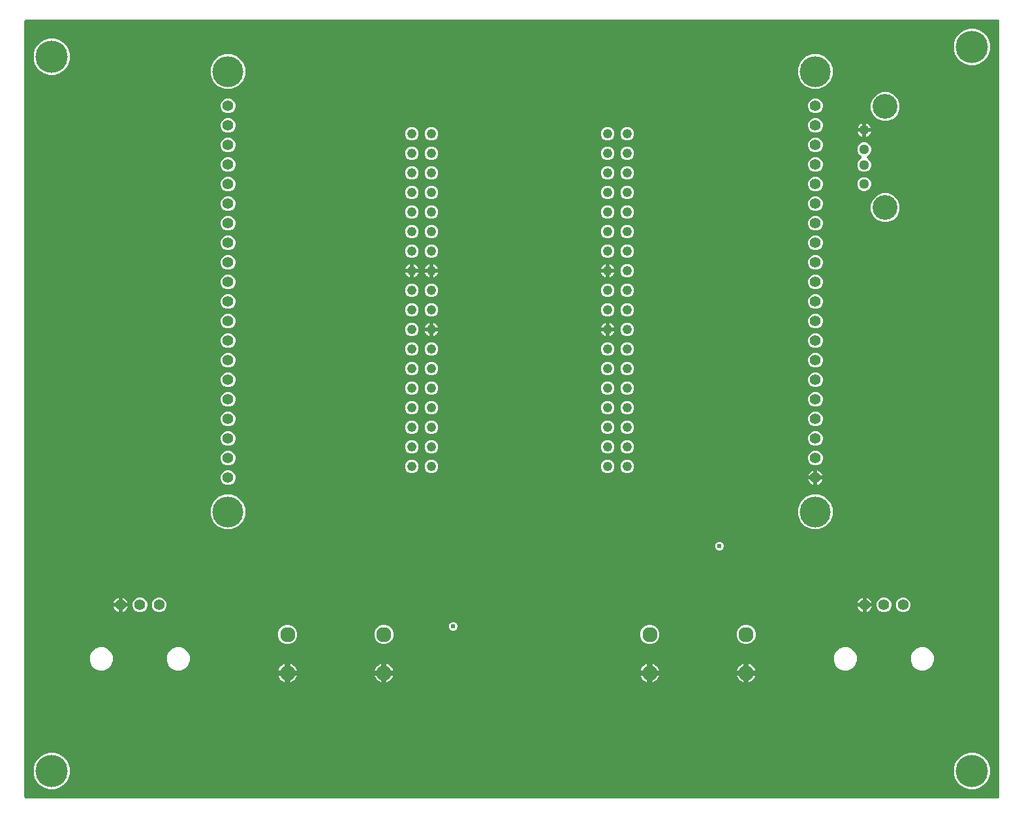
<source format=gbr>
G04 EAGLE Gerber RS-274X export*
G75*
%MOMM*%
%FSLAX34Y34*%
%LPD*%
%INCopper Layer 2*%
%IPPOS*%
%AMOC8*
5,1,8,0,0,1.08239X$1,22.5*%
G01*
%ADD10C,1.244600*%
%ADD11C,1.288000*%
%ADD12C,3.220000*%
%ADD13C,1.400000*%
%ADD14C,1.960000*%
%ADD15C,4.016000*%
%ADD16C,4.191000*%
%ADD17C,0.609600*%

G36*
X1264955Y2544D02*
X1264955Y2544D01*
X1264989Y2542D01*
X1265178Y2564D01*
X1265369Y2581D01*
X1265402Y2590D01*
X1265436Y2594D01*
X1265619Y2649D01*
X1265803Y2699D01*
X1265834Y2714D01*
X1265867Y2724D01*
X1266038Y2811D01*
X1266210Y2893D01*
X1266238Y2913D01*
X1266269Y2928D01*
X1266421Y3044D01*
X1266576Y3155D01*
X1266600Y3180D01*
X1266627Y3200D01*
X1266756Y3340D01*
X1266890Y3477D01*
X1266909Y3506D01*
X1266933Y3532D01*
X1267035Y3693D01*
X1267142Y3850D01*
X1267156Y3882D01*
X1267174Y3911D01*
X1267247Y4088D01*
X1267324Y4262D01*
X1267332Y4296D01*
X1267345Y4328D01*
X1267385Y4515D01*
X1267431Y4700D01*
X1267433Y4734D01*
X1267440Y4768D01*
X1267459Y5080D01*
X1267459Y1010920D01*
X1267456Y1010955D01*
X1267458Y1010989D01*
X1267436Y1011178D01*
X1267419Y1011369D01*
X1267410Y1011402D01*
X1267406Y1011436D01*
X1267351Y1011619D01*
X1267301Y1011803D01*
X1267286Y1011834D01*
X1267276Y1011867D01*
X1267189Y1012038D01*
X1267107Y1012210D01*
X1267087Y1012238D01*
X1267072Y1012269D01*
X1266956Y1012421D01*
X1266845Y1012576D01*
X1266820Y1012600D01*
X1266800Y1012627D01*
X1266660Y1012756D01*
X1266523Y1012890D01*
X1266494Y1012909D01*
X1266468Y1012933D01*
X1266307Y1013035D01*
X1266150Y1013142D01*
X1266118Y1013156D01*
X1266089Y1013174D01*
X1265912Y1013247D01*
X1265738Y1013324D01*
X1265704Y1013332D01*
X1265672Y1013345D01*
X1265485Y1013385D01*
X1265300Y1013431D01*
X1265266Y1013433D01*
X1265232Y1013440D01*
X1264920Y1013459D01*
X5080Y1013459D01*
X5045Y1013456D01*
X5011Y1013458D01*
X4822Y1013436D01*
X4631Y1013419D01*
X4598Y1013410D01*
X4564Y1013406D01*
X4381Y1013351D01*
X4197Y1013301D01*
X4166Y1013286D01*
X4133Y1013276D01*
X3962Y1013189D01*
X3790Y1013107D01*
X3762Y1013087D01*
X3731Y1013072D01*
X3579Y1012956D01*
X3424Y1012845D01*
X3400Y1012820D01*
X3373Y1012800D01*
X3244Y1012660D01*
X3110Y1012523D01*
X3091Y1012494D01*
X3067Y1012468D01*
X2965Y1012307D01*
X2858Y1012150D01*
X2844Y1012118D01*
X2826Y1012089D01*
X2753Y1011912D01*
X2676Y1011738D01*
X2668Y1011704D01*
X2655Y1011672D01*
X2615Y1011485D01*
X2569Y1011300D01*
X2567Y1011266D01*
X2560Y1011232D01*
X2541Y1010920D01*
X2541Y5080D01*
X2544Y5045D01*
X2542Y5011D01*
X2564Y4822D01*
X2581Y4631D01*
X2590Y4598D01*
X2594Y4564D01*
X2649Y4381D01*
X2699Y4197D01*
X2714Y4166D01*
X2724Y4133D01*
X2811Y3962D01*
X2893Y3790D01*
X2913Y3762D01*
X2928Y3731D01*
X3044Y3579D01*
X3155Y3424D01*
X3180Y3400D01*
X3200Y3373D01*
X3340Y3244D01*
X3477Y3110D01*
X3506Y3091D01*
X3532Y3067D01*
X3693Y2965D01*
X3850Y2858D01*
X3882Y2844D01*
X3911Y2826D01*
X4088Y2753D01*
X4262Y2676D01*
X4296Y2668D01*
X4328Y2655D01*
X4515Y2615D01*
X4700Y2569D01*
X4734Y2567D01*
X4768Y2560D01*
X5080Y2541D01*
X1264920Y2541D01*
X1264955Y2544D01*
G37*
%LPC*%
G36*
X1228807Y954404D02*
X1228807Y954404D01*
X1222831Y956005D01*
X1217473Y959099D01*
X1213099Y963473D01*
X1210005Y968831D01*
X1208404Y974807D01*
X1208404Y980993D01*
X1210005Y986969D01*
X1213099Y992327D01*
X1217473Y996701D01*
X1222831Y999795D01*
X1228807Y1001396D01*
X1234993Y1001396D01*
X1240969Y999795D01*
X1246327Y996701D01*
X1250701Y992327D01*
X1253795Y986969D01*
X1255396Y980993D01*
X1255396Y974807D01*
X1253795Y968831D01*
X1250701Y963473D01*
X1246327Y959099D01*
X1240969Y956005D01*
X1234993Y954404D01*
X1228807Y954404D01*
G37*
%LPD*%
%LPC*%
G36*
X35007Y941704D02*
X35007Y941704D01*
X29031Y943305D01*
X23673Y946399D01*
X19299Y950773D01*
X16205Y956131D01*
X14604Y962107D01*
X14604Y968293D01*
X16205Y974269D01*
X19299Y979627D01*
X23673Y984001D01*
X29031Y987095D01*
X35007Y988696D01*
X41193Y988696D01*
X47169Y987095D01*
X52527Y984001D01*
X56901Y979627D01*
X59995Y974269D01*
X61596Y968293D01*
X61596Y962107D01*
X59995Y956131D01*
X56901Y950773D01*
X52527Y946399D01*
X47169Y943305D01*
X41193Y941704D01*
X35007Y941704D01*
G37*
%LPD*%
%LPC*%
G36*
X35007Y14604D02*
X35007Y14604D01*
X29031Y16205D01*
X23673Y19299D01*
X19299Y23673D01*
X16205Y29031D01*
X14604Y35007D01*
X14604Y41193D01*
X16205Y47169D01*
X19299Y52527D01*
X23673Y56901D01*
X29031Y59995D01*
X35007Y61596D01*
X41193Y61596D01*
X47169Y59995D01*
X52527Y56901D01*
X56901Y52527D01*
X59995Y47169D01*
X61596Y41193D01*
X61596Y35007D01*
X59995Y29031D01*
X56901Y23673D01*
X52527Y19299D01*
X47169Y16205D01*
X41193Y14604D01*
X35007Y14604D01*
G37*
%LPD*%
%LPC*%
G36*
X1228807Y14604D02*
X1228807Y14604D01*
X1222831Y16205D01*
X1217473Y19299D01*
X1213099Y23673D01*
X1210005Y29031D01*
X1208404Y35007D01*
X1208404Y41193D01*
X1210005Y47169D01*
X1213099Y52527D01*
X1217473Y56901D01*
X1222831Y59995D01*
X1228807Y61596D01*
X1234993Y61596D01*
X1240969Y59995D01*
X1246327Y56901D01*
X1250701Y52527D01*
X1253795Y47169D01*
X1255396Y41193D01*
X1255396Y35007D01*
X1253795Y29031D01*
X1250701Y23673D01*
X1246327Y19299D01*
X1240969Y16205D01*
X1234993Y14604D01*
X1228807Y14604D01*
G37*
%LPD*%
%LPC*%
G36*
X262200Y923529D02*
X262200Y923529D01*
X253886Y926973D01*
X247523Y933336D01*
X244079Y941650D01*
X244079Y950650D01*
X247523Y958964D01*
X253886Y965327D01*
X262200Y968771D01*
X271200Y968771D01*
X279514Y965327D01*
X285877Y958964D01*
X289321Y950650D01*
X289321Y941650D01*
X285877Y933336D01*
X279514Y926973D01*
X271200Y923529D01*
X262200Y923529D01*
G37*
%LPD*%
%LPC*%
G36*
X1024200Y923529D02*
X1024200Y923529D01*
X1015886Y926973D01*
X1009523Y933336D01*
X1006079Y941650D01*
X1006079Y950650D01*
X1009523Y958964D01*
X1015886Y965327D01*
X1024200Y968771D01*
X1033200Y968771D01*
X1041514Y965327D01*
X1047877Y958964D01*
X1051321Y950650D01*
X1051321Y941650D01*
X1047877Y933336D01*
X1041514Y926973D01*
X1033200Y923529D01*
X1024200Y923529D01*
G37*
%LPD*%
%LPC*%
G36*
X1024200Y352029D02*
X1024200Y352029D01*
X1015886Y355473D01*
X1009523Y361836D01*
X1006079Y370150D01*
X1006079Y379150D01*
X1009523Y387464D01*
X1015886Y393827D01*
X1024200Y397271D01*
X1033200Y397271D01*
X1041514Y393827D01*
X1047877Y387464D01*
X1051321Y379150D01*
X1051321Y370150D01*
X1047877Y361836D01*
X1041514Y355473D01*
X1033200Y352029D01*
X1024200Y352029D01*
G37*
%LPD*%
%LPC*%
G36*
X262200Y352029D02*
X262200Y352029D01*
X253886Y355473D01*
X247523Y361836D01*
X244079Y370150D01*
X244079Y379150D01*
X247523Y387464D01*
X253886Y393827D01*
X262200Y397271D01*
X271200Y397271D01*
X279514Y393827D01*
X285877Y387464D01*
X289321Y379150D01*
X289321Y370150D01*
X285877Y361836D01*
X279514Y355473D01*
X271200Y352029D01*
X262200Y352029D01*
G37*
%LPD*%
%LPC*%
G36*
X1115592Y882159D02*
X1115592Y882159D01*
X1108741Y884997D01*
X1103497Y890241D01*
X1100659Y897092D01*
X1100659Y904508D01*
X1103497Y911359D01*
X1108741Y916603D01*
X1115592Y919441D01*
X1123008Y919441D01*
X1129859Y916603D01*
X1135103Y911359D01*
X1137941Y904508D01*
X1137941Y897092D01*
X1135103Y890241D01*
X1129859Y884997D01*
X1123008Y882159D01*
X1115592Y882159D01*
G37*
%LPD*%
%LPC*%
G36*
X1115592Y750759D02*
X1115592Y750759D01*
X1108741Y753597D01*
X1103497Y758841D01*
X1100659Y765692D01*
X1100659Y773108D01*
X1103497Y779959D01*
X1108741Y785203D01*
X1115592Y788041D01*
X1123008Y788041D01*
X1129859Y785203D01*
X1135103Y779959D01*
X1137941Y773108D01*
X1137941Y765692D01*
X1135103Y758841D01*
X1129859Y753597D01*
X1123008Y750759D01*
X1115592Y750759D01*
G37*
%LPD*%
%LPC*%
G36*
X199408Y168959D02*
X199408Y168959D01*
X193880Y171249D01*
X189649Y175480D01*
X187359Y181008D01*
X187359Y186992D01*
X189649Y192520D01*
X193880Y196751D01*
X199408Y199041D01*
X205392Y199041D01*
X210920Y196751D01*
X215151Y192520D01*
X217441Y186992D01*
X217441Y181008D01*
X215151Y175480D01*
X210920Y171249D01*
X205392Y168959D01*
X199408Y168959D01*
G37*
%LPD*%
%LPC*%
G36*
X1064608Y168959D02*
X1064608Y168959D01*
X1059080Y171249D01*
X1054849Y175480D01*
X1052559Y181008D01*
X1052559Y186992D01*
X1054849Y192520D01*
X1059080Y196751D01*
X1064608Y199041D01*
X1070592Y199041D01*
X1076120Y196751D01*
X1080351Y192520D01*
X1082641Y186992D01*
X1082641Y181008D01*
X1080351Y175480D01*
X1076120Y171249D01*
X1070592Y168959D01*
X1064608Y168959D01*
G37*
%LPD*%
%LPC*%
G36*
X1164608Y168959D02*
X1164608Y168959D01*
X1159080Y171249D01*
X1154849Y175480D01*
X1152559Y181008D01*
X1152559Y186992D01*
X1154849Y192520D01*
X1159080Y196751D01*
X1164608Y199041D01*
X1170592Y199041D01*
X1176120Y196751D01*
X1180351Y192520D01*
X1182641Y186992D01*
X1182641Y181008D01*
X1180351Y175480D01*
X1176120Y171249D01*
X1170592Y168959D01*
X1164608Y168959D01*
G37*
%LPD*%
%LPC*%
G36*
X99408Y168959D02*
X99408Y168959D01*
X93880Y171249D01*
X89649Y175480D01*
X87359Y181008D01*
X87359Y186992D01*
X89649Y192520D01*
X93880Y196751D01*
X99408Y199041D01*
X105392Y199041D01*
X110920Y196751D01*
X115151Y192520D01*
X117441Y186992D01*
X117441Y181008D01*
X115151Y175480D01*
X110920Y171249D01*
X105392Y168959D01*
X99408Y168959D01*
G37*
%LPD*%
%LPC*%
G36*
X1090414Y816119D02*
X1090414Y816119D01*
X1087113Y817486D01*
X1084586Y820013D01*
X1083219Y823314D01*
X1083219Y826886D01*
X1084586Y830187D01*
X1087113Y832713D01*
X1087211Y832754D01*
X1087326Y832814D01*
X1087445Y832866D01*
X1087525Y832918D01*
X1087610Y832962D01*
X1087712Y833042D01*
X1087821Y833114D01*
X1087890Y833180D01*
X1087966Y833238D01*
X1088053Y833335D01*
X1088147Y833424D01*
X1088203Y833502D01*
X1088267Y833572D01*
X1088336Y833683D01*
X1088413Y833788D01*
X1088455Y833874D01*
X1088505Y833955D01*
X1088553Y834075D01*
X1088611Y834192D01*
X1088637Y834284D01*
X1088672Y834373D01*
X1088698Y834500D01*
X1088734Y834626D01*
X1088743Y834720D01*
X1088762Y834814D01*
X1088765Y834944D01*
X1088778Y835074D01*
X1088771Y835169D01*
X1088773Y835264D01*
X1088753Y835393D01*
X1088743Y835522D01*
X1088719Y835615D01*
X1088704Y835709D01*
X1088662Y835832D01*
X1088629Y835958D01*
X1088589Y836045D01*
X1088558Y836135D01*
X1088494Y836249D01*
X1088440Y836367D01*
X1088385Y836445D01*
X1088338Y836528D01*
X1088256Y836629D01*
X1088181Y836735D01*
X1088114Y836803D01*
X1088053Y836877D01*
X1087954Y836961D01*
X1087862Y837053D01*
X1087783Y837107D01*
X1087711Y837169D01*
X1087599Y837235D01*
X1087492Y837309D01*
X1087375Y837366D01*
X1087322Y837397D01*
X1087280Y837412D01*
X1087211Y837446D01*
X1087113Y837486D01*
X1084586Y840013D01*
X1083219Y843314D01*
X1083219Y846886D01*
X1084586Y850187D01*
X1087113Y852714D01*
X1090414Y854081D01*
X1093986Y854081D01*
X1097287Y852714D01*
X1099814Y850187D01*
X1101181Y846886D01*
X1101181Y843314D01*
X1099814Y840013D01*
X1097287Y837486D01*
X1097189Y837446D01*
X1097074Y837386D01*
X1096955Y837334D01*
X1096875Y837282D01*
X1096790Y837237D01*
X1096687Y837158D01*
X1096579Y837086D01*
X1096510Y837020D01*
X1096434Y836962D01*
X1096347Y836865D01*
X1096253Y836775D01*
X1096197Y836698D01*
X1096133Y836627D01*
X1096064Y836517D01*
X1095987Y836412D01*
X1095945Y836326D01*
X1095895Y836245D01*
X1095846Y836124D01*
X1095789Y836007D01*
X1095763Y835916D01*
X1095728Y835827D01*
X1095702Y835699D01*
X1095666Y835574D01*
X1095657Y835479D01*
X1095638Y835386D01*
X1095635Y835256D01*
X1095622Y835126D01*
X1095629Y835031D01*
X1095627Y834936D01*
X1095647Y834807D01*
X1095657Y834677D01*
X1095681Y834585D01*
X1095696Y834491D01*
X1095738Y834368D01*
X1095771Y834242D01*
X1095811Y834155D01*
X1095842Y834065D01*
X1095906Y833951D01*
X1095960Y833833D01*
X1096015Y833755D01*
X1096062Y833672D01*
X1096144Y833571D01*
X1096219Y833464D01*
X1096286Y833397D01*
X1096347Y833323D01*
X1096446Y833239D01*
X1096538Y833147D01*
X1096617Y833093D01*
X1096689Y833031D01*
X1096802Y832965D01*
X1096909Y832891D01*
X1097025Y832834D01*
X1097078Y832803D01*
X1097120Y832788D01*
X1097189Y832754D01*
X1097287Y832713D01*
X1099814Y830187D01*
X1101181Y826886D01*
X1101181Y823314D01*
X1099814Y820013D01*
X1097287Y817486D01*
X1093986Y816119D01*
X1090414Y816119D01*
G37*
%LPD*%
%LPC*%
G36*
X466445Y203159D02*
X466445Y203159D01*
X461910Y205038D01*
X458438Y208510D01*
X456559Y213045D01*
X456559Y217955D01*
X458438Y222490D01*
X461910Y225962D01*
X466445Y227841D01*
X471355Y227841D01*
X475890Y225962D01*
X479362Y222490D01*
X481241Y217955D01*
X481241Y213045D01*
X479362Y208510D01*
X475890Y205038D01*
X471355Y203159D01*
X466445Y203159D01*
G37*
%LPD*%
%LPC*%
G36*
X936345Y203159D02*
X936345Y203159D01*
X931810Y205038D01*
X928338Y208510D01*
X926459Y213045D01*
X926459Y217955D01*
X928338Y222490D01*
X931810Y225962D01*
X936345Y227841D01*
X941255Y227841D01*
X945790Y225962D01*
X949262Y222490D01*
X951141Y217955D01*
X951141Y213045D01*
X949262Y208510D01*
X945790Y205038D01*
X941255Y203159D01*
X936345Y203159D01*
G37*
%LPD*%
%LPC*%
G36*
X341445Y203159D02*
X341445Y203159D01*
X336910Y205038D01*
X333438Y208510D01*
X331559Y213045D01*
X331559Y217955D01*
X333438Y222490D01*
X336910Y225962D01*
X341445Y227841D01*
X346355Y227841D01*
X350890Y225962D01*
X354362Y222490D01*
X356241Y217955D01*
X356241Y213045D01*
X354362Y208510D01*
X350890Y205038D01*
X346355Y203159D01*
X341445Y203159D01*
G37*
%LPD*%
%LPC*%
G36*
X811345Y203159D02*
X811345Y203159D01*
X806810Y205038D01*
X803338Y208510D01*
X801459Y213045D01*
X801459Y217955D01*
X803338Y222490D01*
X806810Y225962D01*
X811345Y227841D01*
X816255Y227841D01*
X820790Y225962D01*
X824262Y222490D01*
X826141Y217955D01*
X826141Y213045D01*
X824262Y208510D01*
X820790Y205038D01*
X816255Y203159D01*
X811345Y203159D01*
G37*
%LPD*%
%LPC*%
G36*
X264802Y841359D02*
X264802Y841359D01*
X261296Y842812D01*
X258612Y845496D01*
X257159Y849002D01*
X257159Y852798D01*
X258612Y856304D01*
X261296Y858988D01*
X264802Y860441D01*
X268598Y860441D01*
X272104Y858988D01*
X274788Y856304D01*
X276241Y852798D01*
X276241Y849002D01*
X274788Y845496D01*
X272104Y842812D01*
X268598Y841359D01*
X264802Y841359D01*
G37*
%LPD*%
%LPC*%
G36*
X150502Y244459D02*
X150502Y244459D01*
X146996Y245912D01*
X144312Y248596D01*
X142859Y252102D01*
X142859Y255898D01*
X144312Y259404D01*
X146996Y262088D01*
X150502Y263541D01*
X154298Y263541D01*
X157804Y262088D01*
X160488Y259404D01*
X161941Y255898D01*
X161941Y252102D01*
X160488Y248596D01*
X157804Y245912D01*
X154298Y244459D01*
X150502Y244459D01*
G37*
%LPD*%
%LPC*%
G36*
X175502Y244459D02*
X175502Y244459D01*
X171996Y245912D01*
X169312Y248596D01*
X167859Y252102D01*
X167859Y255898D01*
X169312Y259404D01*
X171996Y262088D01*
X175502Y263541D01*
X179298Y263541D01*
X182804Y262088D01*
X185488Y259404D01*
X186941Y255898D01*
X186941Y252102D01*
X185488Y248596D01*
X182804Y245912D01*
X179298Y244459D01*
X175502Y244459D01*
G37*
%LPD*%
%LPC*%
G36*
X1115702Y244459D02*
X1115702Y244459D01*
X1112196Y245912D01*
X1109512Y248596D01*
X1108059Y252102D01*
X1108059Y255898D01*
X1109512Y259404D01*
X1112196Y262088D01*
X1115702Y263541D01*
X1119498Y263541D01*
X1123004Y262088D01*
X1125688Y259404D01*
X1127141Y255898D01*
X1127141Y252102D01*
X1125688Y248596D01*
X1123004Y245912D01*
X1119498Y244459D01*
X1115702Y244459D01*
G37*
%LPD*%
%LPC*%
G36*
X1140702Y244459D02*
X1140702Y244459D01*
X1137196Y245912D01*
X1134512Y248596D01*
X1133059Y252102D01*
X1133059Y255898D01*
X1134512Y259404D01*
X1137196Y262088D01*
X1140702Y263541D01*
X1144498Y263541D01*
X1148004Y262088D01*
X1150688Y259404D01*
X1152141Y255898D01*
X1152141Y252102D01*
X1150688Y248596D01*
X1148004Y245912D01*
X1144498Y244459D01*
X1140702Y244459D01*
G37*
%LPD*%
%LPC*%
G36*
X1026802Y815959D02*
X1026802Y815959D01*
X1023296Y817412D01*
X1020612Y820096D01*
X1019159Y823602D01*
X1019159Y827398D01*
X1020612Y830904D01*
X1023296Y833588D01*
X1026802Y835041D01*
X1030598Y835041D01*
X1034104Y833588D01*
X1036788Y830904D01*
X1038241Y827398D01*
X1038241Y823602D01*
X1036788Y820096D01*
X1034104Y817412D01*
X1030598Y815959D01*
X1026802Y815959D01*
G37*
%LPD*%
%LPC*%
G36*
X264802Y815959D02*
X264802Y815959D01*
X261296Y817412D01*
X258612Y820096D01*
X257159Y823602D01*
X257159Y827398D01*
X258612Y830904D01*
X261296Y833588D01*
X264802Y835041D01*
X268598Y835041D01*
X272104Y833588D01*
X274788Y830904D01*
X276241Y827398D01*
X276241Y823602D01*
X274788Y820096D01*
X272104Y817412D01*
X268598Y815959D01*
X264802Y815959D01*
G37*
%LPD*%
%LPC*%
G36*
X1026802Y841359D02*
X1026802Y841359D01*
X1023296Y842812D01*
X1020612Y845496D01*
X1019159Y849002D01*
X1019159Y852798D01*
X1020612Y856304D01*
X1023296Y858988D01*
X1026802Y860441D01*
X1030598Y860441D01*
X1034104Y858988D01*
X1036788Y856304D01*
X1038241Y852798D01*
X1038241Y849002D01*
X1036788Y845496D01*
X1034104Y842812D01*
X1030598Y841359D01*
X1026802Y841359D01*
G37*
%LPD*%
%LPC*%
G36*
X264802Y866759D02*
X264802Y866759D01*
X261296Y868212D01*
X258612Y870896D01*
X257159Y874402D01*
X257159Y878198D01*
X258612Y881704D01*
X261296Y884388D01*
X264802Y885841D01*
X268598Y885841D01*
X272104Y884388D01*
X274788Y881704D01*
X276241Y878198D01*
X276241Y874402D01*
X274788Y870896D01*
X272104Y868212D01*
X268598Y866759D01*
X264802Y866759D01*
G37*
%LPD*%
%LPC*%
G36*
X264802Y409559D02*
X264802Y409559D01*
X261296Y411012D01*
X258612Y413696D01*
X257159Y417202D01*
X257159Y420998D01*
X258612Y424504D01*
X261296Y427188D01*
X264802Y428641D01*
X268598Y428641D01*
X272104Y427188D01*
X274788Y424504D01*
X276241Y420998D01*
X276241Y417202D01*
X274788Y413696D01*
X272104Y411012D01*
X268598Y409559D01*
X264802Y409559D01*
G37*
%LPD*%
%LPC*%
G36*
X264802Y434959D02*
X264802Y434959D01*
X261296Y436412D01*
X258612Y439096D01*
X257159Y442602D01*
X257159Y446398D01*
X258612Y449904D01*
X261296Y452588D01*
X264802Y454041D01*
X268598Y454041D01*
X272104Y452588D01*
X274788Y449904D01*
X276241Y446398D01*
X276241Y442602D01*
X274788Y439096D01*
X272104Y436412D01*
X268598Y434959D01*
X264802Y434959D01*
G37*
%LPD*%
%LPC*%
G36*
X1026802Y790559D02*
X1026802Y790559D01*
X1023296Y792012D01*
X1020612Y794696D01*
X1019159Y798202D01*
X1019159Y801998D01*
X1020612Y805504D01*
X1023296Y808188D01*
X1026802Y809641D01*
X1030598Y809641D01*
X1034104Y808188D01*
X1036788Y805504D01*
X1038241Y801998D01*
X1038241Y798202D01*
X1036788Y794696D01*
X1034104Y792012D01*
X1030598Y790559D01*
X1026802Y790559D01*
G37*
%LPD*%
%LPC*%
G36*
X264802Y790559D02*
X264802Y790559D01*
X261296Y792012D01*
X258612Y794696D01*
X257159Y798202D01*
X257159Y801998D01*
X258612Y805504D01*
X261296Y808188D01*
X264802Y809641D01*
X268598Y809641D01*
X272104Y808188D01*
X274788Y805504D01*
X276241Y801998D01*
X276241Y798202D01*
X274788Y794696D01*
X272104Y792012D01*
X268598Y790559D01*
X264802Y790559D01*
G37*
%LPD*%
%LPC*%
G36*
X1026802Y663559D02*
X1026802Y663559D01*
X1023296Y665012D01*
X1020612Y667696D01*
X1019159Y671202D01*
X1019159Y674998D01*
X1020612Y678504D01*
X1023296Y681188D01*
X1026802Y682641D01*
X1030598Y682641D01*
X1034104Y681188D01*
X1036788Y678504D01*
X1038241Y674998D01*
X1038241Y671202D01*
X1036788Y667696D01*
X1034104Y665012D01*
X1030598Y663559D01*
X1026802Y663559D01*
G37*
%LPD*%
%LPC*%
G36*
X1026802Y434959D02*
X1026802Y434959D01*
X1023296Y436412D01*
X1020612Y439096D01*
X1019159Y442602D01*
X1019159Y446398D01*
X1020612Y449904D01*
X1023296Y452588D01*
X1026802Y454041D01*
X1030598Y454041D01*
X1034104Y452588D01*
X1036788Y449904D01*
X1038241Y446398D01*
X1038241Y442602D01*
X1036788Y439096D01*
X1034104Y436412D01*
X1030598Y434959D01*
X1026802Y434959D01*
G37*
%LPD*%
%LPC*%
G36*
X264802Y460359D02*
X264802Y460359D01*
X261296Y461812D01*
X258612Y464496D01*
X257159Y468002D01*
X257159Y471798D01*
X258612Y475304D01*
X261296Y477988D01*
X264802Y479441D01*
X268598Y479441D01*
X272104Y477988D01*
X274788Y475304D01*
X276241Y471798D01*
X276241Y468002D01*
X274788Y464496D01*
X272104Y461812D01*
X268598Y460359D01*
X264802Y460359D01*
G37*
%LPD*%
%LPC*%
G36*
X1026802Y460359D02*
X1026802Y460359D01*
X1023296Y461812D01*
X1020612Y464496D01*
X1019159Y468002D01*
X1019159Y471798D01*
X1020612Y475304D01*
X1023296Y477988D01*
X1026802Y479441D01*
X1030598Y479441D01*
X1034104Y477988D01*
X1036788Y475304D01*
X1038241Y471798D01*
X1038241Y468002D01*
X1036788Y464496D01*
X1034104Y461812D01*
X1030598Y460359D01*
X1026802Y460359D01*
G37*
%LPD*%
%LPC*%
G36*
X264802Y485759D02*
X264802Y485759D01*
X261296Y487212D01*
X258612Y489896D01*
X257159Y493402D01*
X257159Y497198D01*
X258612Y500704D01*
X261296Y503388D01*
X264802Y504841D01*
X268598Y504841D01*
X272104Y503388D01*
X274788Y500704D01*
X276241Y497198D01*
X276241Y493402D01*
X274788Y489896D01*
X272104Y487212D01*
X268598Y485759D01*
X264802Y485759D01*
G37*
%LPD*%
%LPC*%
G36*
X1026802Y866759D02*
X1026802Y866759D01*
X1023296Y868212D01*
X1020612Y870896D01*
X1019159Y874402D01*
X1019159Y878198D01*
X1020612Y881704D01*
X1023296Y884388D01*
X1026802Y885841D01*
X1030598Y885841D01*
X1034104Y884388D01*
X1036788Y881704D01*
X1038241Y878198D01*
X1038241Y874402D01*
X1036788Y870896D01*
X1034104Y868212D01*
X1030598Y866759D01*
X1026802Y866759D01*
G37*
%LPD*%
%LPC*%
G36*
X1026802Y765159D02*
X1026802Y765159D01*
X1023296Y766612D01*
X1020612Y769296D01*
X1019159Y772802D01*
X1019159Y776598D01*
X1020612Y780104D01*
X1023296Y782788D01*
X1026802Y784241D01*
X1030598Y784241D01*
X1034104Y782788D01*
X1036788Y780104D01*
X1038241Y776598D01*
X1038241Y772802D01*
X1036788Y769296D01*
X1034104Y766612D01*
X1030598Y765159D01*
X1026802Y765159D01*
G37*
%LPD*%
%LPC*%
G36*
X264802Y765159D02*
X264802Y765159D01*
X261296Y766612D01*
X258612Y769296D01*
X257159Y772802D01*
X257159Y776598D01*
X258612Y780104D01*
X261296Y782788D01*
X264802Y784241D01*
X268598Y784241D01*
X272104Y782788D01*
X274788Y780104D01*
X276241Y776598D01*
X276241Y772802D01*
X274788Y769296D01*
X272104Y766612D01*
X268598Y765159D01*
X264802Y765159D01*
G37*
%LPD*%
%LPC*%
G36*
X1026802Y485759D02*
X1026802Y485759D01*
X1023296Y487212D01*
X1020612Y489896D01*
X1019159Y493402D01*
X1019159Y497198D01*
X1020612Y500704D01*
X1023296Y503388D01*
X1026802Y504841D01*
X1030598Y504841D01*
X1034104Y503388D01*
X1036788Y500704D01*
X1038241Y497198D01*
X1038241Y493402D01*
X1036788Y489896D01*
X1034104Y487212D01*
X1030598Y485759D01*
X1026802Y485759D01*
G37*
%LPD*%
%LPC*%
G36*
X264802Y511159D02*
X264802Y511159D01*
X261296Y512612D01*
X258612Y515296D01*
X257159Y518802D01*
X257159Y522598D01*
X258612Y526104D01*
X261296Y528788D01*
X264802Y530241D01*
X268598Y530241D01*
X272104Y528788D01*
X274788Y526104D01*
X276241Y522598D01*
X276241Y518802D01*
X274788Y515296D01*
X272104Y512612D01*
X268598Y511159D01*
X264802Y511159D01*
G37*
%LPD*%
%LPC*%
G36*
X1026802Y511159D02*
X1026802Y511159D01*
X1023296Y512612D01*
X1020612Y515296D01*
X1019159Y518802D01*
X1019159Y522598D01*
X1020612Y526104D01*
X1023296Y528788D01*
X1026802Y530241D01*
X1030598Y530241D01*
X1034104Y528788D01*
X1036788Y526104D01*
X1038241Y522598D01*
X1038241Y518802D01*
X1036788Y515296D01*
X1034104Y512612D01*
X1030598Y511159D01*
X1026802Y511159D01*
G37*
%LPD*%
%LPC*%
G36*
X264802Y536559D02*
X264802Y536559D01*
X261296Y538012D01*
X258612Y540696D01*
X257159Y544202D01*
X257159Y547998D01*
X258612Y551504D01*
X261296Y554188D01*
X264802Y555641D01*
X268598Y555641D01*
X272104Y554188D01*
X274788Y551504D01*
X276241Y547998D01*
X276241Y544202D01*
X274788Y540696D01*
X272104Y538012D01*
X268598Y536559D01*
X264802Y536559D01*
G37*
%LPD*%
%LPC*%
G36*
X1026802Y739759D02*
X1026802Y739759D01*
X1023296Y741212D01*
X1020612Y743896D01*
X1019159Y747402D01*
X1019159Y751198D01*
X1020612Y754704D01*
X1023296Y757388D01*
X1026802Y758841D01*
X1030598Y758841D01*
X1034104Y757388D01*
X1036788Y754704D01*
X1038241Y751198D01*
X1038241Y747402D01*
X1036788Y743896D01*
X1034104Y741212D01*
X1030598Y739759D01*
X1026802Y739759D01*
G37*
%LPD*%
%LPC*%
G36*
X264802Y739759D02*
X264802Y739759D01*
X261296Y741212D01*
X258612Y743896D01*
X257159Y747402D01*
X257159Y751198D01*
X258612Y754704D01*
X261296Y757388D01*
X264802Y758841D01*
X268598Y758841D01*
X272104Y757388D01*
X274788Y754704D01*
X276241Y751198D01*
X276241Y747402D01*
X274788Y743896D01*
X272104Y741212D01*
X268598Y739759D01*
X264802Y739759D01*
G37*
%LPD*%
%LPC*%
G36*
X1026802Y536559D02*
X1026802Y536559D01*
X1023296Y538012D01*
X1020612Y540696D01*
X1019159Y544202D01*
X1019159Y547998D01*
X1020612Y551504D01*
X1023296Y554188D01*
X1026802Y555641D01*
X1030598Y555641D01*
X1034104Y554188D01*
X1036788Y551504D01*
X1038241Y547998D01*
X1038241Y544202D01*
X1036788Y540696D01*
X1034104Y538012D01*
X1030598Y536559D01*
X1026802Y536559D01*
G37*
%LPD*%
%LPC*%
G36*
X264802Y561959D02*
X264802Y561959D01*
X261296Y563412D01*
X258612Y566096D01*
X257159Y569602D01*
X257159Y573398D01*
X258612Y576904D01*
X261296Y579588D01*
X264802Y581041D01*
X268598Y581041D01*
X272104Y579588D01*
X274788Y576904D01*
X276241Y573398D01*
X276241Y569602D01*
X274788Y566096D01*
X272104Y563412D01*
X268598Y561959D01*
X264802Y561959D01*
G37*
%LPD*%
%LPC*%
G36*
X1026802Y561959D02*
X1026802Y561959D01*
X1023296Y563412D01*
X1020612Y566096D01*
X1019159Y569602D01*
X1019159Y573398D01*
X1020612Y576904D01*
X1023296Y579588D01*
X1026802Y581041D01*
X1030598Y581041D01*
X1034104Y579588D01*
X1036788Y576904D01*
X1038241Y573398D01*
X1038241Y569602D01*
X1036788Y566096D01*
X1034104Y563412D01*
X1030598Y561959D01*
X1026802Y561959D01*
G37*
%LPD*%
%LPC*%
G36*
X264802Y587359D02*
X264802Y587359D01*
X261296Y588812D01*
X258612Y591496D01*
X257159Y595002D01*
X257159Y598798D01*
X258612Y602304D01*
X261296Y604988D01*
X264802Y606441D01*
X268598Y606441D01*
X272104Y604988D01*
X274788Y602304D01*
X276241Y598798D01*
X276241Y595002D01*
X274788Y591496D01*
X272104Y588812D01*
X268598Y587359D01*
X264802Y587359D01*
G37*
%LPD*%
%LPC*%
G36*
X1026802Y714359D02*
X1026802Y714359D01*
X1023296Y715812D01*
X1020612Y718496D01*
X1019159Y722002D01*
X1019159Y725798D01*
X1020612Y729304D01*
X1023296Y731988D01*
X1026802Y733441D01*
X1030598Y733441D01*
X1034104Y731988D01*
X1036788Y729304D01*
X1038241Y725798D01*
X1038241Y722002D01*
X1036788Y718496D01*
X1034104Y715812D01*
X1030598Y714359D01*
X1026802Y714359D01*
G37*
%LPD*%
%LPC*%
G36*
X264802Y714359D02*
X264802Y714359D01*
X261296Y715812D01*
X258612Y718496D01*
X257159Y722002D01*
X257159Y725798D01*
X258612Y729304D01*
X261296Y731988D01*
X264802Y733441D01*
X268598Y733441D01*
X272104Y731988D01*
X274788Y729304D01*
X276241Y725798D01*
X276241Y722002D01*
X274788Y718496D01*
X272104Y715812D01*
X268598Y714359D01*
X264802Y714359D01*
G37*
%LPD*%
%LPC*%
G36*
X1026802Y587359D02*
X1026802Y587359D01*
X1023296Y588812D01*
X1020612Y591496D01*
X1019159Y595002D01*
X1019159Y598798D01*
X1020612Y602304D01*
X1023296Y604988D01*
X1026802Y606441D01*
X1030598Y606441D01*
X1034104Y604988D01*
X1036788Y602304D01*
X1038241Y598798D01*
X1038241Y595002D01*
X1036788Y591496D01*
X1034104Y588812D01*
X1030598Y587359D01*
X1026802Y587359D01*
G37*
%LPD*%
%LPC*%
G36*
X264802Y892159D02*
X264802Y892159D01*
X261296Y893612D01*
X258612Y896296D01*
X257159Y899802D01*
X257159Y903598D01*
X258612Y907104D01*
X261296Y909788D01*
X264802Y911241D01*
X268598Y911241D01*
X272104Y909788D01*
X274788Y907104D01*
X276241Y903598D01*
X276241Y899802D01*
X274788Y896296D01*
X272104Y893612D01*
X268598Y892159D01*
X264802Y892159D01*
G37*
%LPD*%
%LPC*%
G36*
X264802Y612759D02*
X264802Y612759D01*
X261296Y614212D01*
X258612Y616896D01*
X257159Y620402D01*
X257159Y624198D01*
X258612Y627704D01*
X261296Y630388D01*
X264802Y631841D01*
X268598Y631841D01*
X272104Y630388D01*
X274788Y627704D01*
X276241Y624198D01*
X276241Y620402D01*
X274788Y616896D01*
X272104Y614212D01*
X268598Y612759D01*
X264802Y612759D01*
G37*
%LPD*%
%LPC*%
G36*
X1026802Y612759D02*
X1026802Y612759D01*
X1023296Y614212D01*
X1020612Y616896D01*
X1019159Y620402D01*
X1019159Y624198D01*
X1020612Y627704D01*
X1023296Y630388D01*
X1026802Y631841D01*
X1030598Y631841D01*
X1034104Y630388D01*
X1036788Y627704D01*
X1038241Y624198D01*
X1038241Y620402D01*
X1036788Y616896D01*
X1034104Y614212D01*
X1030598Y612759D01*
X1026802Y612759D01*
G37*
%LPD*%
%LPC*%
G36*
X1026802Y688959D02*
X1026802Y688959D01*
X1023296Y690412D01*
X1020612Y693096D01*
X1019159Y696602D01*
X1019159Y700398D01*
X1020612Y703904D01*
X1023296Y706588D01*
X1026802Y708041D01*
X1030598Y708041D01*
X1034104Y706588D01*
X1036788Y703904D01*
X1038241Y700398D01*
X1038241Y696602D01*
X1036788Y693096D01*
X1034104Y690412D01*
X1030598Y688959D01*
X1026802Y688959D01*
G37*
%LPD*%
%LPC*%
G36*
X264802Y688959D02*
X264802Y688959D01*
X261296Y690412D01*
X258612Y693096D01*
X257159Y696602D01*
X257159Y700398D01*
X258612Y703904D01*
X261296Y706588D01*
X264802Y708041D01*
X268598Y708041D01*
X272104Y706588D01*
X274788Y703904D01*
X276241Y700398D01*
X276241Y696602D01*
X274788Y693096D01*
X272104Y690412D01*
X268598Y688959D01*
X264802Y688959D01*
G37*
%LPD*%
%LPC*%
G36*
X264802Y638159D02*
X264802Y638159D01*
X261296Y639612D01*
X258612Y642296D01*
X257159Y645802D01*
X257159Y649598D01*
X258612Y653104D01*
X261296Y655788D01*
X264802Y657241D01*
X268598Y657241D01*
X272104Y655788D01*
X274788Y653104D01*
X276241Y649598D01*
X276241Y645802D01*
X274788Y642296D01*
X272104Y639612D01*
X268598Y638159D01*
X264802Y638159D01*
G37*
%LPD*%
%LPC*%
G36*
X1026802Y638159D02*
X1026802Y638159D01*
X1023296Y639612D01*
X1020612Y642296D01*
X1019159Y645802D01*
X1019159Y649598D01*
X1020612Y653104D01*
X1023296Y655788D01*
X1026802Y657241D01*
X1030598Y657241D01*
X1034104Y655788D01*
X1036788Y653104D01*
X1038241Y649598D01*
X1038241Y645802D01*
X1036788Y642296D01*
X1034104Y639612D01*
X1030598Y638159D01*
X1026802Y638159D01*
G37*
%LPD*%
%LPC*%
G36*
X1026802Y892159D02*
X1026802Y892159D01*
X1023296Y893612D01*
X1020612Y896296D01*
X1019159Y899802D01*
X1019159Y903598D01*
X1020612Y907104D01*
X1023296Y909788D01*
X1026802Y911241D01*
X1030598Y911241D01*
X1034104Y909788D01*
X1036788Y907104D01*
X1038241Y903598D01*
X1038241Y899802D01*
X1036788Y896296D01*
X1034104Y893612D01*
X1030598Y892159D01*
X1026802Y892159D01*
G37*
%LPD*%
%LPC*%
G36*
X264802Y663559D02*
X264802Y663559D01*
X261296Y665012D01*
X258612Y667696D01*
X257159Y671202D01*
X257159Y674998D01*
X258612Y678504D01*
X261296Y681188D01*
X264802Y682641D01*
X268598Y682641D01*
X272104Y681188D01*
X274788Y678504D01*
X276241Y674998D01*
X276241Y671202D01*
X274788Y667696D01*
X272104Y665012D01*
X268598Y663559D01*
X264802Y663559D01*
G37*
%LPD*%
%LPC*%
G36*
X1090414Y791119D02*
X1090414Y791119D01*
X1087113Y792486D01*
X1084586Y795013D01*
X1083219Y798314D01*
X1083219Y801886D01*
X1084586Y805187D01*
X1087113Y807714D01*
X1090414Y809081D01*
X1093986Y809081D01*
X1097287Y807714D01*
X1099814Y805187D01*
X1101181Y801886D01*
X1101181Y798314D01*
X1099814Y795013D01*
X1097287Y792486D01*
X1093986Y791119D01*
X1090414Y791119D01*
G37*
%LPD*%
%LPC*%
G36*
X782857Y602696D02*
X782857Y602696D01*
X779636Y604030D01*
X777170Y606496D01*
X775836Y609717D01*
X775836Y613203D01*
X777170Y616424D01*
X779636Y618890D01*
X782857Y620224D01*
X786343Y620224D01*
X789564Y618890D01*
X792030Y616424D01*
X793364Y613203D01*
X793364Y609717D01*
X792030Y606496D01*
X789564Y604030D01*
X786343Y602696D01*
X782857Y602696D01*
G37*
%LPD*%
%LPC*%
G36*
X757457Y501096D02*
X757457Y501096D01*
X754236Y502430D01*
X751770Y504896D01*
X750436Y508117D01*
X750436Y511603D01*
X751770Y514824D01*
X754236Y517290D01*
X757457Y518624D01*
X760943Y518624D01*
X764164Y517290D01*
X766630Y514824D01*
X767964Y511603D01*
X767964Y508117D01*
X766630Y504896D01*
X764164Y502430D01*
X760943Y501096D01*
X757457Y501096D01*
G37*
%LPD*%
%LPC*%
G36*
X528857Y424896D02*
X528857Y424896D01*
X525636Y426230D01*
X523170Y428696D01*
X521836Y431917D01*
X521836Y435403D01*
X523170Y438624D01*
X525636Y441090D01*
X528857Y442424D01*
X532343Y442424D01*
X535564Y441090D01*
X538030Y438624D01*
X539364Y435403D01*
X539364Y431917D01*
X538030Y428696D01*
X535564Y426230D01*
X532343Y424896D01*
X528857Y424896D01*
G37*
%LPD*%
%LPC*%
G36*
X782857Y856696D02*
X782857Y856696D01*
X779636Y858030D01*
X777170Y860496D01*
X775836Y863717D01*
X775836Y867203D01*
X777170Y870424D01*
X779636Y872890D01*
X782857Y874224D01*
X786343Y874224D01*
X789564Y872890D01*
X792030Y870424D01*
X793364Y867203D01*
X793364Y863717D01*
X792030Y860496D01*
X789564Y858030D01*
X786343Y856696D01*
X782857Y856696D01*
G37*
%LPD*%
%LPC*%
G36*
X757457Y856696D02*
X757457Y856696D01*
X754236Y858030D01*
X751770Y860496D01*
X750436Y863717D01*
X750436Y867203D01*
X751770Y870424D01*
X754236Y872890D01*
X757457Y874224D01*
X760943Y874224D01*
X764164Y872890D01*
X766630Y870424D01*
X767964Y867203D01*
X767964Y863717D01*
X766630Y860496D01*
X764164Y858030D01*
X760943Y856696D01*
X757457Y856696D01*
G37*
%LPD*%
%LPC*%
G36*
X528857Y856696D02*
X528857Y856696D01*
X525636Y858030D01*
X523170Y860496D01*
X521836Y863717D01*
X521836Y867203D01*
X523170Y870424D01*
X525636Y872890D01*
X528857Y874224D01*
X532343Y874224D01*
X535564Y872890D01*
X538030Y870424D01*
X539364Y867203D01*
X539364Y863717D01*
X538030Y860496D01*
X535564Y858030D01*
X532343Y856696D01*
X528857Y856696D01*
G37*
%LPD*%
%LPC*%
G36*
X503457Y856696D02*
X503457Y856696D01*
X500236Y858030D01*
X497770Y860496D01*
X496436Y863717D01*
X496436Y867203D01*
X497770Y870424D01*
X500236Y872890D01*
X503457Y874224D01*
X506943Y874224D01*
X510164Y872890D01*
X512630Y870424D01*
X513964Y867203D01*
X513964Y863717D01*
X512630Y860496D01*
X510164Y858030D01*
X506943Y856696D01*
X503457Y856696D01*
G37*
%LPD*%
%LPC*%
G36*
X757457Y424896D02*
X757457Y424896D01*
X754236Y426230D01*
X751770Y428696D01*
X750436Y431917D01*
X750436Y435403D01*
X751770Y438624D01*
X754236Y441090D01*
X757457Y442424D01*
X760943Y442424D01*
X764164Y441090D01*
X766630Y438624D01*
X767964Y435403D01*
X767964Y431917D01*
X766630Y428696D01*
X764164Y426230D01*
X760943Y424896D01*
X757457Y424896D01*
G37*
%LPD*%
%LPC*%
G36*
X782857Y831296D02*
X782857Y831296D01*
X779636Y832630D01*
X777170Y835096D01*
X775836Y838317D01*
X775836Y841803D01*
X777170Y845024D01*
X779636Y847490D01*
X782857Y848824D01*
X786343Y848824D01*
X789564Y847490D01*
X792030Y845024D01*
X793364Y841803D01*
X793364Y838317D01*
X792030Y835096D01*
X789564Y832630D01*
X786343Y831296D01*
X782857Y831296D01*
G37*
%LPD*%
%LPC*%
G36*
X757457Y831296D02*
X757457Y831296D01*
X754236Y832630D01*
X751770Y835096D01*
X750436Y838317D01*
X750436Y841803D01*
X751770Y845024D01*
X754236Y847490D01*
X757457Y848824D01*
X760943Y848824D01*
X764164Y847490D01*
X766630Y845024D01*
X767964Y841803D01*
X767964Y838317D01*
X766630Y835096D01*
X764164Y832630D01*
X760943Y831296D01*
X757457Y831296D01*
G37*
%LPD*%
%LPC*%
G36*
X782857Y653496D02*
X782857Y653496D01*
X779636Y654830D01*
X777170Y657296D01*
X775836Y660517D01*
X775836Y664003D01*
X777170Y667224D01*
X779636Y669690D01*
X782857Y671024D01*
X786343Y671024D01*
X789564Y669690D01*
X792030Y667224D01*
X793364Y664003D01*
X793364Y660517D01*
X792030Y657296D01*
X789564Y654830D01*
X786343Y653496D01*
X782857Y653496D01*
G37*
%LPD*%
%LPC*%
G36*
X757457Y653496D02*
X757457Y653496D01*
X754236Y654830D01*
X751770Y657296D01*
X750436Y660517D01*
X750436Y664003D01*
X751770Y667224D01*
X754236Y669690D01*
X757457Y671024D01*
X760943Y671024D01*
X764164Y669690D01*
X766630Y667224D01*
X767964Y664003D01*
X767964Y660517D01*
X766630Y657296D01*
X764164Y654830D01*
X760943Y653496D01*
X757457Y653496D01*
G37*
%LPD*%
%LPC*%
G36*
X528857Y653496D02*
X528857Y653496D01*
X525636Y654830D01*
X523170Y657296D01*
X521836Y660517D01*
X521836Y664003D01*
X523170Y667224D01*
X525636Y669690D01*
X528857Y671024D01*
X532343Y671024D01*
X535564Y669690D01*
X538030Y667224D01*
X539364Y664003D01*
X539364Y660517D01*
X538030Y657296D01*
X535564Y654830D01*
X532343Y653496D01*
X528857Y653496D01*
G37*
%LPD*%
%LPC*%
G36*
X503457Y653496D02*
X503457Y653496D01*
X500236Y654830D01*
X497770Y657296D01*
X496436Y660517D01*
X496436Y664003D01*
X497770Y667224D01*
X500236Y669690D01*
X503457Y671024D01*
X506943Y671024D01*
X510164Y669690D01*
X512630Y667224D01*
X513964Y664003D01*
X513964Y660517D01*
X512630Y657296D01*
X510164Y654830D01*
X506943Y653496D01*
X503457Y653496D01*
G37*
%LPD*%
%LPC*%
G36*
X528857Y831296D02*
X528857Y831296D01*
X525636Y832630D01*
X523170Y835096D01*
X521836Y838317D01*
X521836Y841803D01*
X523170Y845024D01*
X525636Y847490D01*
X528857Y848824D01*
X532343Y848824D01*
X535564Y847490D01*
X538030Y845024D01*
X539364Y841803D01*
X539364Y838317D01*
X538030Y835096D01*
X535564Y832630D01*
X532343Y831296D01*
X528857Y831296D01*
G37*
%LPD*%
%LPC*%
G36*
X782857Y678896D02*
X782857Y678896D01*
X779636Y680230D01*
X777170Y682696D01*
X775836Y685917D01*
X775836Y689403D01*
X777170Y692624D01*
X779636Y695090D01*
X782857Y696424D01*
X786343Y696424D01*
X789564Y695090D01*
X792030Y692624D01*
X793364Y689403D01*
X793364Y685917D01*
X792030Y682696D01*
X789564Y680230D01*
X786343Y678896D01*
X782857Y678896D01*
G37*
%LPD*%
%LPC*%
G36*
X782857Y628096D02*
X782857Y628096D01*
X779636Y629430D01*
X777170Y631896D01*
X775836Y635117D01*
X775836Y638603D01*
X777170Y641824D01*
X779636Y644290D01*
X782857Y645624D01*
X786343Y645624D01*
X789564Y644290D01*
X792030Y641824D01*
X793364Y638603D01*
X793364Y635117D01*
X792030Y631896D01*
X789564Y629430D01*
X786343Y628096D01*
X782857Y628096D01*
G37*
%LPD*%
%LPC*%
G36*
X757457Y628096D02*
X757457Y628096D01*
X754236Y629430D01*
X751770Y631896D01*
X750436Y635117D01*
X750436Y638603D01*
X751770Y641824D01*
X754236Y644290D01*
X757457Y645624D01*
X760943Y645624D01*
X764164Y644290D01*
X766630Y641824D01*
X767964Y638603D01*
X767964Y635117D01*
X766630Y631896D01*
X764164Y629430D01*
X760943Y628096D01*
X757457Y628096D01*
G37*
%LPD*%
%LPC*%
G36*
X528857Y628096D02*
X528857Y628096D01*
X525636Y629430D01*
X523170Y631896D01*
X521836Y635117D01*
X521836Y638603D01*
X523170Y641824D01*
X525636Y644290D01*
X528857Y645624D01*
X532343Y645624D01*
X535564Y644290D01*
X538030Y641824D01*
X539364Y638603D01*
X539364Y635117D01*
X538030Y631896D01*
X535564Y629430D01*
X532343Y628096D01*
X528857Y628096D01*
G37*
%LPD*%
%LPC*%
G36*
X503457Y628096D02*
X503457Y628096D01*
X500236Y629430D01*
X497770Y631896D01*
X496436Y635117D01*
X496436Y638603D01*
X497770Y641824D01*
X500236Y644290D01*
X503457Y645624D01*
X506943Y645624D01*
X510164Y644290D01*
X512630Y641824D01*
X513964Y638603D01*
X513964Y635117D01*
X512630Y631896D01*
X510164Y629430D01*
X506943Y628096D01*
X503457Y628096D01*
G37*
%LPD*%
%LPC*%
G36*
X503457Y704296D02*
X503457Y704296D01*
X500236Y705630D01*
X497770Y708096D01*
X496436Y711317D01*
X496436Y714803D01*
X497770Y718024D01*
X500236Y720490D01*
X503457Y721824D01*
X506943Y721824D01*
X510164Y720490D01*
X512630Y718024D01*
X513964Y714803D01*
X513964Y711317D01*
X512630Y708096D01*
X510164Y705630D01*
X506943Y704296D01*
X503457Y704296D01*
G37*
%LPD*%
%LPC*%
G36*
X528857Y704296D02*
X528857Y704296D01*
X525636Y705630D01*
X523170Y708096D01*
X521836Y711317D01*
X521836Y714803D01*
X523170Y718024D01*
X525636Y720490D01*
X528857Y721824D01*
X532343Y721824D01*
X535564Y720490D01*
X538030Y718024D01*
X539364Y714803D01*
X539364Y711317D01*
X538030Y708096D01*
X535564Y705630D01*
X532343Y704296D01*
X528857Y704296D01*
G37*
%LPD*%
%LPC*%
G36*
X503457Y831296D02*
X503457Y831296D01*
X500236Y832630D01*
X497770Y835096D01*
X496436Y838317D01*
X496436Y841803D01*
X497770Y845024D01*
X500236Y847490D01*
X503457Y848824D01*
X506943Y848824D01*
X510164Y847490D01*
X512630Y845024D01*
X513964Y841803D01*
X513964Y838317D01*
X512630Y835096D01*
X510164Y832630D01*
X506943Y831296D01*
X503457Y831296D01*
G37*
%LPD*%
%LPC*%
G36*
X503457Y602696D02*
X503457Y602696D01*
X500236Y604030D01*
X497770Y606496D01*
X496436Y609717D01*
X496436Y613203D01*
X497770Y616424D01*
X500236Y618890D01*
X503457Y620224D01*
X506943Y620224D01*
X510164Y618890D01*
X512630Y616424D01*
X513964Y613203D01*
X513964Y609717D01*
X512630Y606496D01*
X510164Y604030D01*
X506943Y602696D01*
X503457Y602696D01*
G37*
%LPD*%
%LPC*%
G36*
X782857Y424896D02*
X782857Y424896D01*
X779636Y426230D01*
X777170Y428696D01*
X775836Y431917D01*
X775836Y435403D01*
X777170Y438624D01*
X779636Y441090D01*
X782857Y442424D01*
X786343Y442424D01*
X789564Y441090D01*
X792030Y438624D01*
X793364Y435403D01*
X793364Y431917D01*
X792030Y428696D01*
X789564Y426230D01*
X786343Y424896D01*
X782857Y424896D01*
G37*
%LPD*%
%LPC*%
G36*
X503457Y805896D02*
X503457Y805896D01*
X500236Y807230D01*
X497770Y809696D01*
X496436Y812917D01*
X496436Y816403D01*
X497770Y819624D01*
X500236Y822090D01*
X503457Y823424D01*
X506943Y823424D01*
X510164Y822090D01*
X512630Y819624D01*
X513964Y816403D01*
X513964Y812917D01*
X512630Y809696D01*
X510164Y807230D01*
X506943Y805896D01*
X503457Y805896D01*
G37*
%LPD*%
%LPC*%
G36*
X782857Y805896D02*
X782857Y805896D01*
X779636Y807230D01*
X777170Y809696D01*
X775836Y812917D01*
X775836Y816403D01*
X777170Y819624D01*
X779636Y822090D01*
X782857Y823424D01*
X786343Y823424D01*
X789564Y822090D01*
X792030Y819624D01*
X793364Y816403D01*
X793364Y812917D01*
X792030Y809696D01*
X789564Y807230D01*
X786343Y805896D01*
X782857Y805896D01*
G37*
%LPD*%
%LPC*%
G36*
X757457Y805896D02*
X757457Y805896D01*
X754236Y807230D01*
X751770Y809696D01*
X750436Y812917D01*
X750436Y816403D01*
X751770Y819624D01*
X754236Y822090D01*
X757457Y823424D01*
X760943Y823424D01*
X764164Y822090D01*
X766630Y819624D01*
X767964Y816403D01*
X767964Y812917D01*
X766630Y809696D01*
X764164Y807230D01*
X760943Y805896D01*
X757457Y805896D01*
G37*
%LPD*%
%LPC*%
G36*
X757457Y704296D02*
X757457Y704296D01*
X754236Y705630D01*
X751770Y708096D01*
X750436Y711317D01*
X750436Y714803D01*
X751770Y718024D01*
X754236Y720490D01*
X757457Y721824D01*
X760943Y721824D01*
X764164Y720490D01*
X766630Y718024D01*
X767964Y714803D01*
X767964Y711317D01*
X766630Y708096D01*
X764164Y705630D01*
X760943Y704296D01*
X757457Y704296D01*
G37*
%LPD*%
%LPC*%
G36*
X782857Y780496D02*
X782857Y780496D01*
X779636Y781830D01*
X777170Y784296D01*
X775836Y787517D01*
X775836Y791003D01*
X777170Y794224D01*
X779636Y796690D01*
X782857Y798024D01*
X786343Y798024D01*
X789564Y796690D01*
X792030Y794224D01*
X793364Y791003D01*
X793364Y787517D01*
X792030Y784296D01*
X789564Y781830D01*
X786343Y780496D01*
X782857Y780496D01*
G37*
%LPD*%
%LPC*%
G36*
X528857Y805896D02*
X528857Y805896D01*
X525636Y807230D01*
X523170Y809696D01*
X521836Y812917D01*
X521836Y816403D01*
X523170Y819624D01*
X525636Y822090D01*
X528857Y823424D01*
X532343Y823424D01*
X535564Y822090D01*
X538030Y819624D01*
X539364Y816403D01*
X539364Y812917D01*
X538030Y809696D01*
X535564Y807230D01*
X532343Y805896D01*
X528857Y805896D01*
G37*
%LPD*%
%LPC*%
G36*
X503457Y450296D02*
X503457Y450296D01*
X500236Y451630D01*
X497770Y454096D01*
X496436Y457317D01*
X496436Y460803D01*
X497770Y464024D01*
X500236Y466490D01*
X503457Y467824D01*
X506943Y467824D01*
X510164Y466490D01*
X512630Y464024D01*
X513964Y460803D01*
X513964Y457317D01*
X512630Y454096D01*
X510164Y451630D01*
X506943Y450296D01*
X503457Y450296D01*
G37*
%LPD*%
%LPC*%
G36*
X782857Y704296D02*
X782857Y704296D01*
X779636Y705630D01*
X777170Y708096D01*
X775836Y711317D01*
X775836Y714803D01*
X777170Y718024D01*
X779636Y720490D01*
X782857Y721824D01*
X786343Y721824D01*
X789564Y720490D01*
X792030Y718024D01*
X793364Y714803D01*
X793364Y711317D01*
X792030Y708096D01*
X789564Y705630D01*
X786343Y704296D01*
X782857Y704296D01*
G37*
%LPD*%
%LPC*%
G36*
X503457Y729696D02*
X503457Y729696D01*
X500236Y731030D01*
X497770Y733496D01*
X496436Y736717D01*
X496436Y740203D01*
X497770Y743424D01*
X500236Y745890D01*
X503457Y747224D01*
X506943Y747224D01*
X510164Y745890D01*
X512630Y743424D01*
X513964Y740203D01*
X513964Y736717D01*
X512630Y733496D01*
X510164Y731030D01*
X506943Y729696D01*
X503457Y729696D01*
G37*
%LPD*%
%LPC*%
G36*
X782857Y577296D02*
X782857Y577296D01*
X779636Y578630D01*
X777170Y581096D01*
X775836Y584317D01*
X775836Y587803D01*
X777170Y591024D01*
X779636Y593490D01*
X782857Y594824D01*
X786343Y594824D01*
X789564Y593490D01*
X792030Y591024D01*
X793364Y587803D01*
X793364Y584317D01*
X792030Y581096D01*
X789564Y578630D01*
X786343Y577296D01*
X782857Y577296D01*
G37*
%LPD*%
%LPC*%
G36*
X757457Y577296D02*
X757457Y577296D01*
X754236Y578630D01*
X751770Y581096D01*
X750436Y584317D01*
X750436Y587803D01*
X751770Y591024D01*
X754236Y593490D01*
X757457Y594824D01*
X760943Y594824D01*
X764164Y593490D01*
X766630Y591024D01*
X767964Y587803D01*
X767964Y584317D01*
X766630Y581096D01*
X764164Y578630D01*
X760943Y577296D01*
X757457Y577296D01*
G37*
%LPD*%
%LPC*%
G36*
X528857Y577296D02*
X528857Y577296D01*
X525636Y578630D01*
X523170Y581096D01*
X521836Y584317D01*
X521836Y587803D01*
X523170Y591024D01*
X525636Y593490D01*
X528857Y594824D01*
X532343Y594824D01*
X535564Y593490D01*
X538030Y591024D01*
X539364Y587803D01*
X539364Y584317D01*
X538030Y581096D01*
X535564Y578630D01*
X532343Y577296D01*
X528857Y577296D01*
G37*
%LPD*%
%LPC*%
G36*
X503457Y577296D02*
X503457Y577296D01*
X500236Y578630D01*
X497770Y581096D01*
X496436Y584317D01*
X496436Y587803D01*
X497770Y591024D01*
X500236Y593490D01*
X503457Y594824D01*
X506943Y594824D01*
X510164Y593490D01*
X512630Y591024D01*
X513964Y587803D01*
X513964Y584317D01*
X512630Y581096D01*
X510164Y578630D01*
X506943Y577296D01*
X503457Y577296D01*
G37*
%LPD*%
%LPC*%
G36*
X528857Y729696D02*
X528857Y729696D01*
X525636Y731030D01*
X523170Y733496D01*
X521836Y736717D01*
X521836Y740203D01*
X523170Y743424D01*
X525636Y745890D01*
X528857Y747224D01*
X532343Y747224D01*
X535564Y745890D01*
X538030Y743424D01*
X539364Y740203D01*
X539364Y736717D01*
X538030Y733496D01*
X535564Y731030D01*
X532343Y729696D01*
X528857Y729696D01*
G37*
%LPD*%
%LPC*%
G36*
X757457Y729696D02*
X757457Y729696D01*
X754236Y731030D01*
X751770Y733496D01*
X750436Y736717D01*
X750436Y740203D01*
X751770Y743424D01*
X754236Y745890D01*
X757457Y747224D01*
X760943Y747224D01*
X764164Y745890D01*
X766630Y743424D01*
X767964Y740203D01*
X767964Y736717D01*
X766630Y733496D01*
X764164Y731030D01*
X760943Y729696D01*
X757457Y729696D01*
G37*
%LPD*%
%LPC*%
G36*
X782857Y551896D02*
X782857Y551896D01*
X779636Y553230D01*
X777170Y555696D01*
X775836Y558917D01*
X775836Y562403D01*
X777170Y565624D01*
X779636Y568090D01*
X782857Y569424D01*
X786343Y569424D01*
X789564Y568090D01*
X792030Y565624D01*
X793364Y562403D01*
X793364Y558917D01*
X792030Y555696D01*
X789564Y553230D01*
X786343Y551896D01*
X782857Y551896D01*
G37*
%LPD*%
%LPC*%
G36*
X757457Y551896D02*
X757457Y551896D01*
X754236Y553230D01*
X751770Y555696D01*
X750436Y558917D01*
X750436Y562403D01*
X751770Y565624D01*
X754236Y568090D01*
X757457Y569424D01*
X760943Y569424D01*
X764164Y568090D01*
X766630Y565624D01*
X767964Y562403D01*
X767964Y558917D01*
X766630Y555696D01*
X764164Y553230D01*
X760943Y551896D01*
X757457Y551896D01*
G37*
%LPD*%
%LPC*%
G36*
X528857Y551896D02*
X528857Y551896D01*
X525636Y553230D01*
X523170Y555696D01*
X521836Y558917D01*
X521836Y562403D01*
X523170Y565624D01*
X525636Y568090D01*
X528857Y569424D01*
X532343Y569424D01*
X535564Y568090D01*
X538030Y565624D01*
X539364Y562403D01*
X539364Y558917D01*
X538030Y555696D01*
X535564Y553230D01*
X532343Y551896D01*
X528857Y551896D01*
G37*
%LPD*%
%LPC*%
G36*
X503457Y551896D02*
X503457Y551896D01*
X500236Y553230D01*
X497770Y555696D01*
X496436Y558917D01*
X496436Y562403D01*
X497770Y565624D01*
X500236Y568090D01*
X503457Y569424D01*
X506943Y569424D01*
X510164Y568090D01*
X512630Y565624D01*
X513964Y562403D01*
X513964Y558917D01*
X512630Y555696D01*
X510164Y553230D01*
X506943Y551896D01*
X503457Y551896D01*
G37*
%LPD*%
%LPC*%
G36*
X782857Y729696D02*
X782857Y729696D01*
X779636Y731030D01*
X777170Y733496D01*
X775836Y736717D01*
X775836Y740203D01*
X777170Y743424D01*
X779636Y745890D01*
X782857Y747224D01*
X786343Y747224D01*
X789564Y745890D01*
X792030Y743424D01*
X793364Y740203D01*
X793364Y736717D01*
X792030Y733496D01*
X789564Y731030D01*
X786343Y729696D01*
X782857Y729696D01*
G37*
%LPD*%
%LPC*%
G36*
X503457Y755096D02*
X503457Y755096D01*
X500236Y756430D01*
X497770Y758896D01*
X496436Y762117D01*
X496436Y765603D01*
X497770Y768824D01*
X500236Y771290D01*
X503457Y772624D01*
X506943Y772624D01*
X510164Y771290D01*
X512630Y768824D01*
X513964Y765603D01*
X513964Y762117D01*
X512630Y758896D01*
X510164Y756430D01*
X506943Y755096D01*
X503457Y755096D01*
G37*
%LPD*%
%LPC*%
G36*
X782857Y526496D02*
X782857Y526496D01*
X779636Y527830D01*
X777170Y530296D01*
X775836Y533517D01*
X775836Y537003D01*
X777170Y540224D01*
X779636Y542690D01*
X782857Y544024D01*
X786343Y544024D01*
X789564Y542690D01*
X792030Y540224D01*
X793364Y537003D01*
X793364Y533517D01*
X792030Y530296D01*
X789564Y527830D01*
X786343Y526496D01*
X782857Y526496D01*
G37*
%LPD*%
%LPC*%
G36*
X757457Y526496D02*
X757457Y526496D01*
X754236Y527830D01*
X751770Y530296D01*
X750436Y533517D01*
X750436Y537003D01*
X751770Y540224D01*
X754236Y542690D01*
X757457Y544024D01*
X760943Y544024D01*
X764164Y542690D01*
X766630Y540224D01*
X767964Y537003D01*
X767964Y533517D01*
X766630Y530296D01*
X764164Y527830D01*
X760943Y526496D01*
X757457Y526496D01*
G37*
%LPD*%
%LPC*%
G36*
X528857Y526496D02*
X528857Y526496D01*
X525636Y527830D01*
X523170Y530296D01*
X521836Y533517D01*
X521836Y537003D01*
X523170Y540224D01*
X525636Y542690D01*
X528857Y544024D01*
X532343Y544024D01*
X535564Y542690D01*
X538030Y540224D01*
X539364Y537003D01*
X539364Y533517D01*
X538030Y530296D01*
X535564Y527830D01*
X532343Y526496D01*
X528857Y526496D01*
G37*
%LPD*%
%LPC*%
G36*
X503457Y526496D02*
X503457Y526496D01*
X500236Y527830D01*
X497770Y530296D01*
X496436Y533517D01*
X496436Y537003D01*
X497770Y540224D01*
X500236Y542690D01*
X503457Y544024D01*
X506943Y544024D01*
X510164Y542690D01*
X512630Y540224D01*
X513964Y537003D01*
X513964Y533517D01*
X512630Y530296D01*
X510164Y527830D01*
X506943Y526496D01*
X503457Y526496D01*
G37*
%LPD*%
%LPC*%
G36*
X528857Y755096D02*
X528857Y755096D01*
X525636Y756430D01*
X523170Y758896D01*
X521836Y762117D01*
X521836Y765603D01*
X523170Y768824D01*
X525636Y771290D01*
X528857Y772624D01*
X532343Y772624D01*
X535564Y771290D01*
X538030Y768824D01*
X539364Y765603D01*
X539364Y762117D01*
X538030Y758896D01*
X535564Y756430D01*
X532343Y755096D01*
X528857Y755096D01*
G37*
%LPD*%
%LPC*%
G36*
X757457Y755096D02*
X757457Y755096D01*
X754236Y756430D01*
X751770Y758896D01*
X750436Y762117D01*
X750436Y765603D01*
X751770Y768824D01*
X754236Y771290D01*
X757457Y772624D01*
X760943Y772624D01*
X764164Y771290D01*
X766630Y768824D01*
X767964Y765603D01*
X767964Y762117D01*
X766630Y758896D01*
X764164Y756430D01*
X760943Y755096D01*
X757457Y755096D01*
G37*
%LPD*%
%LPC*%
G36*
X782857Y501096D02*
X782857Y501096D01*
X779636Y502430D01*
X777170Y504896D01*
X775836Y508117D01*
X775836Y511603D01*
X777170Y514824D01*
X779636Y517290D01*
X782857Y518624D01*
X786343Y518624D01*
X789564Y517290D01*
X792030Y514824D01*
X793364Y511603D01*
X793364Y508117D01*
X792030Y504896D01*
X789564Y502430D01*
X786343Y501096D01*
X782857Y501096D01*
G37*
%LPD*%
%LPC*%
G36*
X503457Y424896D02*
X503457Y424896D01*
X500236Y426230D01*
X497770Y428696D01*
X496436Y431917D01*
X496436Y435403D01*
X497770Y438624D01*
X500236Y441090D01*
X503457Y442424D01*
X506943Y442424D01*
X510164Y441090D01*
X512630Y438624D01*
X513964Y435403D01*
X513964Y431917D01*
X512630Y428696D01*
X510164Y426230D01*
X506943Y424896D01*
X503457Y424896D01*
G37*
%LPD*%
%LPC*%
G36*
X528857Y501096D02*
X528857Y501096D01*
X525636Y502430D01*
X523170Y504896D01*
X521836Y508117D01*
X521836Y511603D01*
X523170Y514824D01*
X525636Y517290D01*
X528857Y518624D01*
X532343Y518624D01*
X535564Y517290D01*
X538030Y514824D01*
X539364Y511603D01*
X539364Y508117D01*
X538030Y504896D01*
X535564Y502430D01*
X532343Y501096D01*
X528857Y501096D01*
G37*
%LPD*%
%LPC*%
G36*
X503457Y501096D02*
X503457Y501096D01*
X500236Y502430D01*
X497770Y504896D01*
X496436Y508117D01*
X496436Y511603D01*
X497770Y514824D01*
X500236Y517290D01*
X503457Y518624D01*
X506943Y518624D01*
X510164Y517290D01*
X512630Y514824D01*
X513964Y511603D01*
X513964Y508117D01*
X512630Y504896D01*
X510164Y502430D01*
X506943Y501096D01*
X503457Y501096D01*
G37*
%LPD*%
%LPC*%
G36*
X782857Y755096D02*
X782857Y755096D01*
X779636Y756430D01*
X777170Y758896D01*
X775836Y762117D01*
X775836Y765603D01*
X777170Y768824D01*
X779636Y771290D01*
X782857Y772624D01*
X786343Y772624D01*
X789564Y771290D01*
X792030Y768824D01*
X793364Y765603D01*
X793364Y762117D01*
X792030Y758896D01*
X789564Y756430D01*
X786343Y755096D01*
X782857Y755096D01*
G37*
%LPD*%
%LPC*%
G36*
X503457Y780496D02*
X503457Y780496D01*
X500236Y781830D01*
X497770Y784296D01*
X496436Y787517D01*
X496436Y791003D01*
X497770Y794224D01*
X500236Y796690D01*
X503457Y798024D01*
X506943Y798024D01*
X510164Y796690D01*
X512630Y794224D01*
X513964Y791003D01*
X513964Y787517D01*
X512630Y784296D01*
X510164Y781830D01*
X506943Y780496D01*
X503457Y780496D01*
G37*
%LPD*%
%LPC*%
G36*
X782857Y475696D02*
X782857Y475696D01*
X779636Y477030D01*
X777170Y479496D01*
X775836Y482717D01*
X775836Y486203D01*
X777170Y489424D01*
X779636Y491890D01*
X782857Y493224D01*
X786343Y493224D01*
X789564Y491890D01*
X792030Y489424D01*
X793364Y486203D01*
X793364Y482717D01*
X792030Y479496D01*
X789564Y477030D01*
X786343Y475696D01*
X782857Y475696D01*
G37*
%LPD*%
%LPC*%
G36*
X757457Y475696D02*
X757457Y475696D01*
X754236Y477030D01*
X751770Y479496D01*
X750436Y482717D01*
X750436Y486203D01*
X751770Y489424D01*
X754236Y491890D01*
X757457Y493224D01*
X760943Y493224D01*
X764164Y491890D01*
X766630Y489424D01*
X767964Y486203D01*
X767964Y482717D01*
X766630Y479496D01*
X764164Y477030D01*
X760943Y475696D01*
X757457Y475696D01*
G37*
%LPD*%
%LPC*%
G36*
X528857Y475696D02*
X528857Y475696D01*
X525636Y477030D01*
X523170Y479496D01*
X521836Y482717D01*
X521836Y486203D01*
X523170Y489424D01*
X525636Y491890D01*
X528857Y493224D01*
X532343Y493224D01*
X535564Y491890D01*
X538030Y489424D01*
X539364Y486203D01*
X539364Y482717D01*
X538030Y479496D01*
X535564Y477030D01*
X532343Y475696D01*
X528857Y475696D01*
G37*
%LPD*%
%LPC*%
G36*
X503457Y475696D02*
X503457Y475696D01*
X500236Y477030D01*
X497770Y479496D01*
X496436Y482717D01*
X496436Y486203D01*
X497770Y489424D01*
X500236Y491890D01*
X503457Y493224D01*
X506943Y493224D01*
X510164Y491890D01*
X512630Y489424D01*
X513964Y486203D01*
X513964Y482717D01*
X512630Y479496D01*
X510164Y477030D01*
X506943Y475696D01*
X503457Y475696D01*
G37*
%LPD*%
%LPC*%
G36*
X528857Y780496D02*
X528857Y780496D01*
X525636Y781830D01*
X523170Y784296D01*
X521836Y787517D01*
X521836Y791003D01*
X523170Y794224D01*
X525636Y796690D01*
X528857Y798024D01*
X532343Y798024D01*
X535564Y796690D01*
X538030Y794224D01*
X539364Y791003D01*
X539364Y787517D01*
X538030Y784296D01*
X535564Y781830D01*
X532343Y780496D01*
X528857Y780496D01*
G37*
%LPD*%
%LPC*%
G36*
X757457Y780496D02*
X757457Y780496D01*
X754236Y781830D01*
X751770Y784296D01*
X750436Y787517D01*
X750436Y791003D01*
X751770Y794224D01*
X754236Y796690D01*
X757457Y798024D01*
X760943Y798024D01*
X764164Y796690D01*
X766630Y794224D01*
X767964Y791003D01*
X767964Y787517D01*
X766630Y784296D01*
X764164Y781830D01*
X760943Y780496D01*
X757457Y780496D01*
G37*
%LPD*%
%LPC*%
G36*
X782857Y450296D02*
X782857Y450296D01*
X779636Y451630D01*
X777170Y454096D01*
X775836Y457317D01*
X775836Y460803D01*
X777170Y464024D01*
X779636Y466490D01*
X782857Y467824D01*
X786343Y467824D01*
X789564Y466490D01*
X792030Y464024D01*
X793364Y460803D01*
X793364Y457317D01*
X792030Y454096D01*
X789564Y451630D01*
X786343Y450296D01*
X782857Y450296D01*
G37*
%LPD*%
%LPC*%
G36*
X757457Y450296D02*
X757457Y450296D01*
X754236Y451630D01*
X751770Y454096D01*
X750436Y457317D01*
X750436Y460803D01*
X751770Y464024D01*
X754236Y466490D01*
X757457Y467824D01*
X760943Y467824D01*
X764164Y466490D01*
X766630Y464024D01*
X767964Y460803D01*
X767964Y457317D01*
X766630Y454096D01*
X764164Y451630D01*
X760943Y450296D01*
X757457Y450296D01*
G37*
%LPD*%
%LPC*%
G36*
X528857Y450296D02*
X528857Y450296D01*
X525636Y451630D01*
X523170Y454096D01*
X521836Y457317D01*
X521836Y460803D01*
X523170Y464024D01*
X525636Y466490D01*
X528857Y467824D01*
X532343Y467824D01*
X535564Y466490D01*
X538030Y464024D01*
X539364Y460803D01*
X539364Y457317D01*
X538030Y454096D01*
X535564Y451630D01*
X532343Y450296D01*
X528857Y450296D01*
G37*
%LPD*%
%LPC*%
G36*
X903128Y324611D02*
X903128Y324611D01*
X901074Y325462D01*
X899502Y327034D01*
X898651Y329088D01*
X898651Y331312D01*
X899502Y333366D01*
X901074Y334938D01*
X903128Y335789D01*
X905352Y335789D01*
X907406Y334938D01*
X908978Y333366D01*
X909829Y331312D01*
X909829Y329088D01*
X908978Y327034D01*
X907406Y325462D01*
X905352Y324611D01*
X903128Y324611D01*
G37*
%LPD*%
%LPC*%
G36*
X557688Y220471D02*
X557688Y220471D01*
X555634Y221322D01*
X554062Y222894D01*
X553211Y224948D01*
X553211Y227172D01*
X554062Y229226D01*
X555634Y230798D01*
X557688Y231649D01*
X559912Y231649D01*
X561966Y230798D01*
X563538Y229226D01*
X564389Y227172D01*
X564389Y224948D01*
X563538Y222894D01*
X561966Y221322D01*
X559912Y220471D01*
X557688Y220471D01*
G37*
%LPD*%
%LPC*%
G36*
X472399Y168999D02*
X472399Y168999D01*
X472399Y177339D01*
X473637Y176937D01*
X475368Y176055D01*
X476939Y174913D01*
X478313Y173539D01*
X479455Y171968D01*
X480337Y170237D01*
X480739Y168999D01*
X472399Y168999D01*
G37*
%LPD*%
%LPC*%
G36*
X817299Y168999D02*
X817299Y168999D01*
X817299Y177339D01*
X818537Y176937D01*
X820268Y176055D01*
X821839Y174913D01*
X823213Y173539D01*
X824355Y171968D01*
X825237Y170237D01*
X825639Y168999D01*
X817299Y168999D01*
G37*
%LPD*%
%LPC*%
G36*
X942299Y168999D02*
X942299Y168999D01*
X942299Y177339D01*
X943537Y176937D01*
X945268Y176055D01*
X946839Y174913D01*
X948213Y173539D01*
X949355Y171968D01*
X950237Y170237D01*
X950639Y168999D01*
X942299Y168999D01*
G37*
%LPD*%
%LPC*%
G36*
X347399Y168999D02*
X347399Y168999D01*
X347399Y177339D01*
X348637Y176937D01*
X350368Y176055D01*
X351939Y174913D01*
X353313Y173539D01*
X354455Y171968D01*
X355337Y170237D01*
X355739Y168999D01*
X347399Y168999D01*
G37*
%LPD*%
%LPC*%
G36*
X472399Y162001D02*
X472399Y162001D01*
X480739Y162001D01*
X480337Y160763D01*
X479455Y159032D01*
X478313Y157461D01*
X476939Y156087D01*
X475368Y154945D01*
X473637Y154063D01*
X472399Y153661D01*
X472399Y162001D01*
G37*
%LPD*%
%LPC*%
G36*
X801961Y168999D02*
X801961Y168999D01*
X802363Y170237D01*
X803245Y171968D01*
X804387Y173539D01*
X805761Y174913D01*
X807332Y176055D01*
X809063Y176937D01*
X810301Y177339D01*
X810301Y168999D01*
X801961Y168999D01*
G37*
%LPD*%
%LPC*%
G36*
X332061Y168999D02*
X332061Y168999D01*
X332463Y170237D01*
X333345Y171968D01*
X334487Y173539D01*
X335861Y174913D01*
X337432Y176055D01*
X339163Y176937D01*
X340401Y177339D01*
X340401Y168999D01*
X332061Y168999D01*
G37*
%LPD*%
%LPC*%
G36*
X817299Y162001D02*
X817299Y162001D01*
X825639Y162001D01*
X825237Y160763D01*
X824355Y159032D01*
X823213Y157461D01*
X821839Y156087D01*
X820268Y154945D01*
X818537Y154063D01*
X817299Y153661D01*
X817299Y162001D01*
G37*
%LPD*%
%LPC*%
G36*
X942299Y162001D02*
X942299Y162001D01*
X950639Y162001D01*
X950237Y160763D01*
X949355Y159032D01*
X948213Y157461D01*
X946839Y156087D01*
X945268Y154945D01*
X943537Y154063D01*
X942299Y153661D01*
X942299Y162001D01*
G37*
%LPD*%
%LPC*%
G36*
X347399Y162001D02*
X347399Y162001D01*
X355739Y162001D01*
X355337Y160763D01*
X354455Y159032D01*
X353313Y157461D01*
X351939Y156087D01*
X350368Y154945D01*
X348637Y154063D01*
X347399Y153661D01*
X347399Y162001D01*
G37*
%LPD*%
%LPC*%
G36*
X457061Y168999D02*
X457061Y168999D01*
X457463Y170237D01*
X458345Y171968D01*
X459487Y173539D01*
X460861Y174913D01*
X462432Y176055D01*
X464163Y176937D01*
X465401Y177339D01*
X465401Y168999D01*
X457061Y168999D01*
G37*
%LPD*%
%LPC*%
G36*
X926961Y168999D02*
X926961Y168999D01*
X927363Y170237D01*
X928245Y171968D01*
X929387Y173539D01*
X930761Y174913D01*
X932332Y176055D01*
X934063Y176937D01*
X935301Y177339D01*
X935301Y168999D01*
X926961Y168999D01*
G37*
%LPD*%
%LPC*%
G36*
X339163Y154063D02*
X339163Y154063D01*
X337432Y154945D01*
X335861Y156087D01*
X334487Y157461D01*
X333345Y159032D01*
X332463Y160763D01*
X332061Y162001D01*
X340401Y162001D01*
X340401Y153661D01*
X339163Y154063D01*
G37*
%LPD*%
%LPC*%
G36*
X464163Y154063D02*
X464163Y154063D01*
X462432Y154945D01*
X460861Y156087D01*
X459487Y157461D01*
X458345Y159032D01*
X457463Y160763D01*
X457061Y162001D01*
X465401Y162001D01*
X465401Y153661D01*
X464163Y154063D01*
G37*
%LPD*%
%LPC*%
G36*
X809063Y154063D02*
X809063Y154063D01*
X807332Y154945D01*
X805761Y156087D01*
X804387Y157461D01*
X803245Y159032D01*
X802363Y160763D01*
X801961Y162001D01*
X810301Y162001D01*
X810301Y153661D01*
X809063Y154063D01*
G37*
%LPD*%
%LPC*%
G36*
X934063Y154063D02*
X934063Y154063D01*
X932332Y154945D01*
X930761Y156087D01*
X929387Y157461D01*
X928245Y159032D01*
X927363Y160763D01*
X926961Y162001D01*
X935301Y162001D01*
X935301Y153661D01*
X934063Y154063D01*
G37*
%LPD*%
%LPC*%
G36*
X1095139Y256539D02*
X1095139Y256539D01*
X1095139Y263207D01*
X1096262Y262842D01*
X1097600Y262160D01*
X1098815Y261277D01*
X1099877Y260215D01*
X1100760Y259000D01*
X1101442Y257662D01*
X1101807Y256539D01*
X1095139Y256539D01*
G37*
%LPD*%
%LPC*%
G36*
X129939Y256539D02*
X129939Y256539D01*
X129939Y263207D01*
X131062Y262842D01*
X132400Y262160D01*
X133615Y261277D01*
X134677Y260215D01*
X135560Y259000D01*
X136242Y257662D01*
X136607Y256539D01*
X129939Y256539D01*
G37*
%LPD*%
%LPC*%
G36*
X1031239Y421639D02*
X1031239Y421639D01*
X1031239Y428307D01*
X1032362Y427942D01*
X1033700Y427260D01*
X1034915Y426377D01*
X1035977Y425315D01*
X1036860Y424100D01*
X1037542Y422762D01*
X1037907Y421639D01*
X1031239Y421639D01*
G37*
%LPD*%
%LPC*%
G36*
X118193Y256539D02*
X118193Y256539D01*
X118558Y257662D01*
X119240Y259000D01*
X120123Y260215D01*
X121185Y261277D01*
X122400Y262160D01*
X123738Y262842D01*
X124861Y263207D01*
X124861Y256539D01*
X118193Y256539D01*
G37*
%LPD*%
%LPC*%
G36*
X1083393Y256539D02*
X1083393Y256539D01*
X1083758Y257662D01*
X1084440Y259000D01*
X1085323Y260215D01*
X1086385Y261277D01*
X1087600Y262160D01*
X1088938Y262842D01*
X1090061Y263207D01*
X1090061Y256539D01*
X1083393Y256539D01*
G37*
%LPD*%
%LPC*%
G36*
X1019493Y421639D02*
X1019493Y421639D01*
X1019858Y422762D01*
X1020540Y424100D01*
X1021423Y425315D01*
X1022485Y426377D01*
X1023700Y427260D01*
X1025038Y427942D01*
X1026161Y428307D01*
X1026161Y421639D01*
X1019493Y421639D01*
G37*
%LPD*%
%LPC*%
G36*
X1031239Y416561D02*
X1031239Y416561D01*
X1037907Y416561D01*
X1037542Y415438D01*
X1036860Y414100D01*
X1035977Y412885D01*
X1034915Y411823D01*
X1033700Y410940D01*
X1032362Y410258D01*
X1031239Y409893D01*
X1031239Y416561D01*
G37*
%LPD*%
%LPC*%
G36*
X1095139Y251461D02*
X1095139Y251461D01*
X1101807Y251461D01*
X1101442Y250338D01*
X1100760Y249000D01*
X1099877Y247785D01*
X1098815Y246723D01*
X1097600Y245840D01*
X1096262Y245158D01*
X1095139Y244793D01*
X1095139Y251461D01*
G37*
%LPD*%
%LPC*%
G36*
X129939Y251461D02*
X129939Y251461D01*
X136607Y251461D01*
X136242Y250338D01*
X135560Y249000D01*
X134677Y247785D01*
X133615Y246723D01*
X132400Y245840D01*
X131062Y245158D01*
X129939Y244793D01*
X129939Y251461D01*
G37*
%LPD*%
%LPC*%
G36*
X1025038Y410258D02*
X1025038Y410258D01*
X1023700Y410940D01*
X1022485Y411823D01*
X1021423Y412885D01*
X1020540Y414100D01*
X1019858Y415438D01*
X1019493Y416561D01*
X1026161Y416561D01*
X1026161Y409893D01*
X1025038Y410258D01*
G37*
%LPD*%
%LPC*%
G36*
X1088938Y245158D02*
X1088938Y245158D01*
X1087600Y245840D01*
X1086385Y246723D01*
X1085323Y247785D01*
X1084440Y249000D01*
X1083758Y250338D01*
X1083393Y251461D01*
X1090061Y251461D01*
X1090061Y244793D01*
X1088938Y245158D01*
G37*
%LPD*%
%LPC*%
G36*
X123738Y245158D02*
X123738Y245158D01*
X122400Y245840D01*
X121185Y246723D01*
X120123Y247785D01*
X119240Y249000D01*
X118558Y250338D01*
X118193Y251461D01*
X124861Y251461D01*
X124861Y244793D01*
X123738Y245158D01*
G37*
%LPD*%
%LPC*%
G36*
X1094739Y872639D02*
X1094739Y872639D01*
X1094739Y878718D01*
X1095647Y878423D01*
X1096907Y877781D01*
X1098051Y876950D01*
X1099050Y875951D01*
X1099881Y874807D01*
X1100523Y873547D01*
X1100818Y872639D01*
X1094739Y872639D01*
G37*
%LPD*%
%LPC*%
G36*
X1094739Y867561D02*
X1094739Y867561D01*
X1100818Y867561D01*
X1100523Y866653D01*
X1099881Y865393D01*
X1099050Y864249D01*
X1098051Y863250D01*
X1096907Y862419D01*
X1095647Y861777D01*
X1094739Y861482D01*
X1094739Y867561D01*
G37*
%LPD*%
%LPC*%
G36*
X1083582Y872639D02*
X1083582Y872639D01*
X1083877Y873547D01*
X1084519Y874807D01*
X1085350Y875951D01*
X1086349Y876950D01*
X1087493Y877781D01*
X1088753Y878423D01*
X1089661Y878718D01*
X1089661Y872639D01*
X1083582Y872639D01*
G37*
%LPD*%
%LPC*%
G36*
X1088753Y861777D02*
X1088753Y861777D01*
X1087493Y862419D01*
X1086349Y863250D01*
X1085350Y864249D01*
X1084519Y865393D01*
X1083877Y866653D01*
X1083582Y867561D01*
X1089661Y867561D01*
X1089661Y861482D01*
X1088753Y861777D01*
G37*
%LPD*%
%LPC*%
G36*
X533139Y690199D02*
X533139Y690199D01*
X533139Y696050D01*
X533964Y695782D01*
X535193Y695155D01*
X536309Y694345D01*
X537285Y693369D01*
X538095Y692253D01*
X538722Y691024D01*
X538990Y690199D01*
X533139Y690199D01*
G37*
%LPD*%
%LPC*%
G36*
X533139Y613999D02*
X533139Y613999D01*
X533139Y619850D01*
X533964Y619582D01*
X535193Y618955D01*
X536309Y618145D01*
X537285Y617169D01*
X538095Y616053D01*
X538722Y614824D01*
X538990Y613999D01*
X533139Y613999D01*
G37*
%LPD*%
%LPC*%
G36*
X761739Y690199D02*
X761739Y690199D01*
X761739Y696050D01*
X762564Y695782D01*
X763793Y695155D01*
X764909Y694345D01*
X765885Y693369D01*
X766695Y692253D01*
X767322Y691024D01*
X767590Y690199D01*
X761739Y690199D01*
G37*
%LPD*%
%LPC*%
G36*
X507739Y690199D02*
X507739Y690199D01*
X507739Y696050D01*
X508564Y695782D01*
X509793Y695155D01*
X510909Y694345D01*
X511885Y693369D01*
X512695Y692253D01*
X513322Y691024D01*
X513590Y690199D01*
X507739Y690199D01*
G37*
%LPD*%
%LPC*%
G36*
X761739Y613999D02*
X761739Y613999D01*
X761739Y619850D01*
X762564Y619582D01*
X763793Y618955D01*
X764909Y618145D01*
X765885Y617169D01*
X766695Y616053D01*
X767322Y614824D01*
X767590Y613999D01*
X761739Y613999D01*
G37*
%LPD*%
%LPC*%
G36*
X761739Y608921D02*
X761739Y608921D01*
X767590Y608921D01*
X767322Y608096D01*
X766695Y606867D01*
X765885Y605751D01*
X764909Y604775D01*
X763793Y603965D01*
X762564Y603338D01*
X761739Y603070D01*
X761739Y608921D01*
G37*
%LPD*%
%LPC*%
G36*
X533139Y608921D02*
X533139Y608921D01*
X538990Y608921D01*
X538722Y608096D01*
X538095Y606867D01*
X537285Y605751D01*
X536309Y604775D01*
X535193Y603965D01*
X533964Y603338D01*
X533139Y603070D01*
X533139Y608921D01*
G37*
%LPD*%
%LPC*%
G36*
X496810Y690199D02*
X496810Y690199D01*
X497078Y691024D01*
X497705Y692253D01*
X498515Y693369D01*
X499491Y694345D01*
X500607Y695155D01*
X501836Y695782D01*
X502661Y696050D01*
X502661Y690199D01*
X496810Y690199D01*
G37*
%LPD*%
%LPC*%
G36*
X750810Y613999D02*
X750810Y613999D01*
X751078Y614824D01*
X751705Y616053D01*
X752515Y617169D01*
X753491Y618145D01*
X754607Y618955D01*
X755836Y619582D01*
X756661Y619850D01*
X756661Y613999D01*
X750810Y613999D01*
G37*
%LPD*%
%LPC*%
G36*
X522210Y613999D02*
X522210Y613999D01*
X522478Y614824D01*
X523105Y616053D01*
X523915Y617169D01*
X524891Y618145D01*
X526007Y618955D01*
X527236Y619582D01*
X528061Y619850D01*
X528061Y613999D01*
X522210Y613999D01*
G37*
%LPD*%
%LPC*%
G36*
X522210Y690199D02*
X522210Y690199D01*
X522478Y691024D01*
X523105Y692253D01*
X523915Y693369D01*
X524891Y694345D01*
X526007Y695155D01*
X527236Y695782D01*
X528061Y696050D01*
X528061Y690199D01*
X522210Y690199D01*
G37*
%LPD*%
%LPC*%
G36*
X507739Y685121D02*
X507739Y685121D01*
X513590Y685121D01*
X513322Y684296D01*
X512695Y683067D01*
X511885Y681951D01*
X510909Y680975D01*
X509793Y680165D01*
X508564Y679538D01*
X507739Y679270D01*
X507739Y685121D01*
G37*
%LPD*%
%LPC*%
G36*
X750810Y690199D02*
X750810Y690199D01*
X751078Y691024D01*
X751705Y692253D01*
X752515Y693369D01*
X753491Y694345D01*
X754607Y695155D01*
X755836Y695782D01*
X756661Y696050D01*
X756661Y690199D01*
X750810Y690199D01*
G37*
%LPD*%
%LPC*%
G36*
X533139Y685121D02*
X533139Y685121D01*
X538990Y685121D01*
X538722Y684296D01*
X538095Y683067D01*
X537285Y681951D01*
X536309Y680975D01*
X535193Y680165D01*
X533964Y679538D01*
X533139Y679270D01*
X533139Y685121D01*
G37*
%LPD*%
%LPC*%
G36*
X761739Y685121D02*
X761739Y685121D01*
X767590Y685121D01*
X767322Y684296D01*
X766695Y683067D01*
X765885Y681951D01*
X764909Y680975D01*
X763793Y680165D01*
X762564Y679538D01*
X761739Y679270D01*
X761739Y685121D01*
G37*
%LPD*%
%LPC*%
G36*
X755836Y679538D02*
X755836Y679538D01*
X754607Y680165D01*
X753491Y680975D01*
X752515Y681951D01*
X751705Y683067D01*
X751078Y684296D01*
X750810Y685121D01*
X756661Y685121D01*
X756661Y679270D01*
X755836Y679538D01*
G37*
%LPD*%
%LPC*%
G36*
X527236Y679538D02*
X527236Y679538D01*
X526007Y680165D01*
X524891Y680975D01*
X523915Y681951D01*
X523105Y683067D01*
X522478Y684296D01*
X522210Y685121D01*
X528061Y685121D01*
X528061Y679270D01*
X527236Y679538D01*
G37*
%LPD*%
%LPC*%
G36*
X501836Y679538D02*
X501836Y679538D01*
X500607Y680165D01*
X499491Y680975D01*
X498515Y681951D01*
X497705Y683067D01*
X497078Y684296D01*
X496810Y685121D01*
X502661Y685121D01*
X502661Y679270D01*
X501836Y679538D01*
G37*
%LPD*%
%LPC*%
G36*
X527236Y603338D02*
X527236Y603338D01*
X526007Y603965D01*
X524891Y604775D01*
X523915Y605751D01*
X523105Y606867D01*
X522478Y608096D01*
X522210Y608921D01*
X528061Y608921D01*
X528061Y603070D01*
X527236Y603338D01*
G37*
%LPD*%
%LPC*%
G36*
X755836Y603338D02*
X755836Y603338D01*
X754607Y603965D01*
X753491Y604775D01*
X752515Y605751D01*
X751705Y606867D01*
X751078Y608096D01*
X750810Y608921D01*
X756661Y608921D01*
X756661Y603070D01*
X755836Y603338D01*
G37*
%LPD*%
D10*
X505200Y865460D03*
X530600Y865460D03*
X505200Y840060D03*
X530600Y840060D03*
X505200Y814660D03*
X530600Y814660D03*
X505200Y789260D03*
X530600Y789260D03*
X505200Y763860D03*
X530600Y763860D03*
X505200Y738460D03*
X530600Y738460D03*
X505200Y713060D03*
X530600Y713060D03*
X505200Y687660D03*
X530600Y687660D03*
X505200Y662260D03*
X530600Y662260D03*
X505200Y636860D03*
X530600Y636860D03*
X505200Y611460D03*
X530600Y611460D03*
X505200Y586060D03*
X530600Y586060D03*
X505200Y560660D03*
X530600Y560660D03*
X505200Y535260D03*
X530600Y535260D03*
X505200Y509860D03*
X530600Y509860D03*
X505200Y484460D03*
X530600Y484460D03*
X505200Y459060D03*
X530600Y459060D03*
X505200Y433660D03*
X530600Y433660D03*
X759200Y865460D03*
X784600Y865460D03*
X759200Y840060D03*
X784600Y840060D03*
X759200Y814660D03*
X784600Y814660D03*
X759200Y789260D03*
X784600Y789260D03*
X759200Y763860D03*
X784600Y763860D03*
X759200Y738460D03*
X784600Y738460D03*
X759200Y713060D03*
X784600Y713060D03*
X759200Y687660D03*
X784600Y687660D03*
X759200Y662260D03*
X784600Y662260D03*
X759200Y636860D03*
X784600Y636860D03*
X759200Y611460D03*
X784600Y611460D03*
X759200Y586060D03*
X784600Y586060D03*
X759200Y560660D03*
X784600Y560660D03*
X759200Y535260D03*
X784600Y535260D03*
X759200Y509860D03*
X784600Y509860D03*
X759200Y484460D03*
X784600Y484460D03*
X759200Y459060D03*
X784600Y459060D03*
X759200Y433660D03*
X784600Y433660D03*
D11*
X1092200Y800100D03*
X1092200Y825100D03*
X1092200Y845100D03*
X1092200Y870100D03*
D12*
X1119300Y769400D03*
X1119300Y900800D03*
D13*
X1142600Y254000D03*
X1117600Y254000D03*
X1092600Y254000D03*
X177400Y254000D03*
X152400Y254000D03*
X127400Y254000D03*
D14*
X938800Y215500D03*
X938800Y165500D03*
X813800Y165500D03*
X813800Y215500D03*
X468900Y215500D03*
X468900Y165500D03*
X343900Y165500D03*
X343900Y215500D03*
D13*
X266700Y419100D03*
X266700Y444500D03*
X266700Y469900D03*
X266700Y495300D03*
X266700Y520700D03*
X266700Y546100D03*
X266700Y571500D03*
X266700Y596900D03*
X266700Y622300D03*
X266700Y647700D03*
X266700Y673100D03*
X266700Y698500D03*
X266700Y723900D03*
X266700Y749300D03*
X266700Y774700D03*
X266700Y800100D03*
X266700Y825500D03*
X266700Y850900D03*
X266700Y876300D03*
X266700Y901700D03*
X1028700Y419100D03*
X1028700Y444500D03*
X1028700Y469900D03*
X1028700Y495300D03*
X1028700Y520700D03*
X1028700Y546100D03*
X1028700Y571500D03*
X1028700Y596900D03*
X1028700Y622300D03*
X1028700Y647700D03*
X1028700Y673100D03*
X1028700Y698500D03*
X1028700Y723900D03*
X1028700Y749300D03*
X1028700Y774700D03*
X1028700Y800100D03*
X1028700Y825500D03*
X1028700Y850900D03*
X1028700Y876300D03*
X1028700Y901700D03*
D15*
X1028700Y374650D03*
X1028700Y946150D03*
X266700Y374650D03*
X266700Y946150D03*
D16*
X1231900Y977900D03*
X1231900Y38100D03*
X38100Y38100D03*
X38100Y965200D03*
D17*
X1117600Y647700D03*
X1117600Y622300D03*
X1117600Y601980D03*
X1155700Y601980D03*
X1155700Y622300D03*
X1155700Y647700D03*
X127000Y269240D03*
X1092200Y276860D03*
X426720Y955040D03*
X591820Y965200D03*
X739140Y965200D03*
X886460Y965200D03*
X904240Y330200D03*
X558800Y226060D03*
M02*

</source>
